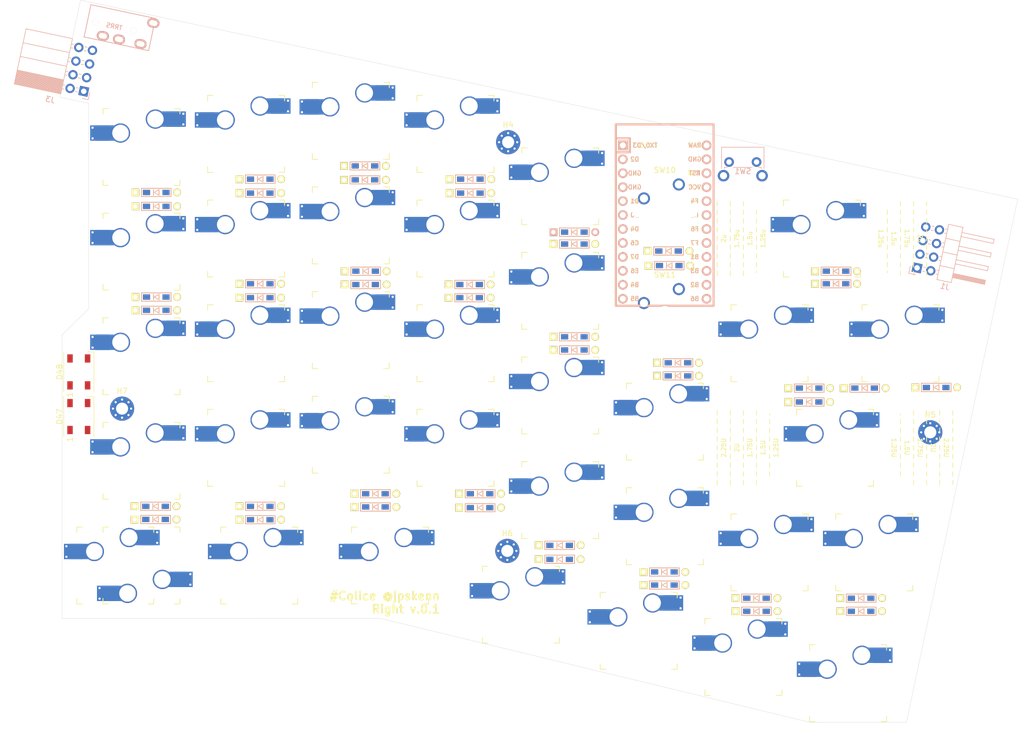
<source format=kicad_pcb>
(kicad_pcb (version 20171130) (host pcbnew "(5.1.5-0-10_14)")
  (layers (0 F.Cu signal) (31 B.Cu signal) (34 B.Paste user) (35 F.Paste user) (36 B.SilkS user) (37 F.SilkS user) (38 B.Mask user) (39 F.Mask user) (44 Edge.Cuts user))
  (net 0 "")
  (net 1 pin6)
  (net 2 pin1)
  (net 3 pin2)
  (net 4 pin3)
  (net 5 pin4)
  (net 6 pin5)
  (net 7 pin7)
  (net 8 "Net-(D8-Pad2)")
  (net 9 "Net-(D9-Pad2)")
  (net 10 "Net-(D12-Pad2)")
  (net 11 pin8)
  (net 12 "Net-(D14-Pad2)")
  (net 13 "Net-(D18-Pad2)")
  (net 14 pin9)
  (net 15 "Net-(D20-Pad2)")
  (net 16 "Net-(D21-Pad2)")
  (net 17 "Net-(D24-Pad2)")
  (net 18 pin10)
  (net 19 "Net-(D26-Pad2)")
  (net 20 "Net-(D27-Pad2)")
  (net 21 "Net-(D30-Pad2)")
  (net 22 "Net-(D32-Pad2)")
  (net 23 "Net-(D36-Pad2)")
  (net 24 "Net-(D38-Pad2)")
  (net 25 "Net-(D45-Pad2)")
  (net 26 "Net-(D47-Pad2)")
  (net 27 data)
  (net 28 led)
  (net 29 GND1)
  (net 30 VCC)
  (net 31 reset)
  (net 32 "Net-(U1-Pad24)")
  (net 33 "Net-(D1-Pad1)")
  (net 34 "Net-(D2-Pad2)")
  (net 35 "Net-(D6-Pad2)")
  (net 36 "Net-(D7-Pad2)")
  (net 37 "Net-(D13-Pad2)")
  (net 38 "Net-(D19-Pad2)")
  (net 39 "Net-(D25-Pad2)")
  (net 40 "Net-(D31-Pad2)")
  (net 41 "Net-(D37-Pad2)")
  (net 42 "Net-(D3-Pad2)")
  (net 43 "Net-(U1-Pad5)")
  (net 44 "Net-(U1-Pad6)")
  (net 45 "Net-(U1-Pad7)")
  (net 46 "Net-(U1-Pad18)")
  (net 47 "Net-(U1-Pad19)")
  (net 48 "Net-(U1-Pad20)")
  (net 49 "Net-(D48-Pad2)")
  (net 50 "Net-(D40-Pad1)")
  (net 51 "Net-(J1-Pad1)")
  (net 52 "Net-(J1-Pad2)")
  (net 53 "Net-(J1-Pad3)")
  (net 54 "Net-(J1-Pad4)")
  (net 55 "Net-(J1-Pad5)")
  (net 56 "Net-(D4-Pad2)")
  (net 57 "Net-(D5-Pad1)")
  (net 58 "Net-(D10-Pad2)")
  (net 59 "Net-(D11-Pad1)")
  (net 60 "Net-(D15-Pad2)")
  (net 61 "Net-(D16-Pad2)")
  (net 62 "Net-(D17-Pad1)")
  (net 63 "Net-(D22-Pad2)")
  (net 64 "Net-(D23-Pad1)")
  (net 65 "Net-(D28-Pad2)")
  (net 66 "Net-(D29-Pad1)")
  (net 67 "Net-(D33-Pad2)")
  (net 68 "Net-(D34-Pad2)")
  (net 69 "Net-(D35-Pad1)")
  (net 70 "Net-(D39-Pad2)")
  (net 71 "Net-(D41-Pad2)")
  (net 72 "Net-(D42-Pad2)")
  (net 73 "Net-(D43-Pad2)")
  (net 74 "Net-(D44-Pad2)")
  (net 75 "Net-(D46-Pad1)")
  (net 76 "Net-(J2-PadA)")
  (net 77 "Net-(J3-Pad8)")
  (net 78 "Net-(J3-Pad7)")
  (net 79 "Net-(J3-Pad6)")
  (module SMK_foostan:CherryMX_Hotswap_v2 (layer F.Cu) (at 240.50625 142.8756)
    (fp_text reference SW4)
    (fp_text value SW_Push)
    (pad 2 thru_hole circle (at 2.54 -5.08) (size 3.5 3.5) (drill 3) (layers *.Cu) (net 56 "Net-(D4-Pad2)"))
    (pad "" np_thru_hole circle (at 0 0) (size 3.9878 3.9878) (drill 3.9878) (layers *.Cu *.Mask))
    (pad 1 thru_hole circle (at -3.81 -2.54) (size 3.5 3.5) (drill 3) (layers *.Cu) (net 33 "Net-(D1-Pad1)"))
    (pad "" np_thru_hole circle (at -5.08 0 48.0996) (size 1.75 1.75) (drill 1.75) (layers *.Cu *.Mask))
    (pad "" np_thru_hole circle (at 5.08 0 48.0996) (size 1.75 1.75) (drill 1.75) (layers *.Cu *.Mask))
    (pad 1 smd rect (at -7.085 -2.54) (size 2.55 2.8) (layers B.Cu B.Paste B.Mask) (net 33 "Net-(D1-Pad1)"))
    (pad 2 smd rect (at 5.815 -5.08) (size 2.55 2.8) (layers B.Cu B.Paste B.Mask) (net 56 "Net-(D4-Pad2)"))
    (pad 1 thru_hole circle (at -8.89 -3.502) (size 0.8 0.8) (drill 0.4) (layers *.Cu) (net 33 "Net-(D1-Pad1)"))
    (pad 2 thru_hole circle (at 7.62 -6.042) (size 0.8 0.8) (drill 0.4) (layers *.Cu) (net 56 "Net-(D4-Pad2)"))
    (pad 1 thru_hole circle (at -8.89 -1.578) (size 0.8 0.8) (drill 0.4) (layers *.Cu) (net 33 "Net-(D1-Pad1)"))
    (pad 2 thru_hole circle (at 7.62 -4.118) (size 0.8 0.8) (drill 0.4) (layers *.Cu) (net 56 "Net-(D4-Pad2)"))
    (pad 1 smd rect (at -7.085 -2.54) (size 4.5 2.8) (layers B.Cu) (net 33 "Net-(D1-Pad1)"))
    (pad 2 smd rect (at 5.842 -5.08) (size 4.5 2.8) (layers B.Cu) (net 56 "Net-(D4-Pad2)"))
  )
  (module SMK_SU120:CherryMX_MidHeight_Choc_Hotswap_2U_Outline (layer F.Cu) (at 235.74375 61.91276)
    (fp_text reference H1 hide)
    (fp_text value MountingHole hide)
    (fp_text user 1.25u (at 10.715625 0 -90 unlocked) (layer F.SilkS) (effects (font (size 0.8 0.8))))
    (fp_text user 1.75u (at 15.478125 0 -90 unlocked) (layer F.SilkS) (effects (font (size 0.8 0.8))))
    (fp_text user 1.5u (at 13.096875 0 -90 unlocked) (layer F.SilkS) (effects (font (size 0.8 0.8))))
    (fp_text user 2u (at 17.859375 0 -90 unlocked) (layer F.SilkS) (effects (font (size 0.8 0.8))))
    (fp_text user 1.25u (at -10.715625 0 90 unlocked) (layer F.SilkS) (effects (font (size 0.8 0.8))))
    (fp_text user 1.5u (at -13.096875 0 90 unlocked) (layer F.SilkS) (effects (font (size 0.8 0.8))))
    (fp_text user 1.75u (at -15.478125 0 90 unlocked) (layer F.SilkS) (effects (font (size 0.8 0.8))))
    (fp_text user 2u (at -17.859375 0 90 unlocked) (layer F.SilkS) (effects (font (size 0.8 0.8))))
    (pad "" np_thru_hole circle (at -11.938 -6.985) (size 3.048 3.048) (drill 3.048) (layers *.Cu *.Mask))
    (pad "" np_thru_hole circle (at 11.938 -6.985) (size 3.048 3.048) (drill 3.048) (layers *.Cu *.Mask))
    (pad "" np_thru_hole circle (at -11.938 8.255) (size 3.9878 3.9878) (drill 3.9878) (layers *.Cu *.Mask))
    (pad "" np_thru_hole circle (at 11.938 8.255) (size 3.9878 3.9878) (drill 3.9878) (layers *.Cu *.Mask))
  )
  (module SMK_SU120:D3_TH_SMD (layer F.Cu) (at 173.5455 110.91863)
    (fp_text reference D46 hide)
    (fp_text value D hide)
    (pad 2 smd rect (at 1.775 0) (size 1.3 0.95) (layers F.Cu F.Paste F.Mask) (net 6 pin5))
    (pad 2 thru_hole circle (at 3.81 0) (size 1.397 1.397) (drill 0.8128) (layers *.Cu *.Mask F.SilkS) (net 6 pin5))
    (pad 1 thru_hole rect (at -3.81 0) (size 1.397 1.397) (drill 0.8128) (layers *.Cu *.Mask F.SilkS) (net 75 "Net-(D46-Pad1)"))
    (pad 1 smd rect (at -1.775 0) (size 1.3 0.95) (layers B.Cu B.Paste B.Mask) (net 75 "Net-(D46-Pad1)"))
    (pad 2 smd rect (at 1.775 0) (size 1.3 0.95) (layers B.Cu B.Paste B.Mask) (net 6 pin5))
    (pad 1 smd rect (at -1.775 0) (size 1.3 0.95) (layers F.Cu F.Paste F.Mask) (net 75 "Net-(D46-Pad1)"))
  )
  (module SMK_SU120:MJ-4PP-9 (layer B.Cu) (at 102.108 22.2758 258)
    (fp_text reference J2)
    (fp_text value MJ-4PP-9 hide)
    (fp_text user TRRS (at 0 -4.96095 168) (layer B.SilkS) (effects (font (size 0.8 0.8)) (justify mirror)))
    (pad A thru_hole oval (at -2.1 -11.8 258) (size 1.7 2.2) (drill oval 1 1.5) (layers *.Cu *.Mask B.SilkS) (net 76 "Net-(J2-PadA)") (clearance 0.15))
    (pad D thru_hole oval (at 2.1 -10.3 258) (size 1.7 2.2) (drill oval 1 1.5) (layers *.Cu *.Mask B.SilkS) (net 30 VCC) (clearance 0.15))
    (pad C thru_hole oval (at 2.1 -6.3 258) (size 1.7 2.2) (drill oval 1 1.5) (layers *.Cu *.Mask B.SilkS) (net 29 GND1) (clearance 0.15))
    (pad B thru_hole oval (at 2.1 -3.3 258) (size 1.7 2.2) (drill oval 1 1.5) (layers *.Cu *.Mask B.SilkS) (net 27 data) (clearance 0.15))
    (pad "" np_thru_hole circle (at 0 -8.5 258) (size 1.2 1.2) (drill 1.2) (layers *.Cu *.Mask B.SilkS))
    (pad "" np_thru_hole circle (at 0 -1.5 258) (size 1.2 1.2) (drill 1.2) (layers *.Cu *.Mask B.SilkS))
  )
  (module SMK_foostan:CherryMX_Hotswap_v2 (layer F.Cu) (at 235.74375 61.91276)
    (fp_text reference SW5)
    (fp_text value SW_Push)
    (pad 2 smd rect (at 5.842 -5.08) (size 4.5 2.8) (layers B.Cu) (net 35 "Net-(D6-Pad2)"))
    (pad 1 smd rect (at -7.085 -2.54) (size 4.5 2.8) (layers B.Cu) (net 57 "Net-(D5-Pad1)"))
    (pad 2 thru_hole circle (at 7.62 -4.118) (size 0.8 0.8) (drill 0.4) (layers *.Cu) (net 35 "Net-(D6-Pad2)"))
    (pad 1 thru_hole circle (at -8.89 -1.578) (size 0.8 0.8) (drill 0.4) (layers *.Cu) (net 57 "Net-(D5-Pad1)"))
    (pad 2 thru_hole circle (at 7.62 -6.042) (size 0.8 0.8) (drill 0.4) (layers *.Cu) (net 35 "Net-(D6-Pad2)"))
    (pad 1 thru_hole circle (at -8.89 -3.502) (size 0.8 0.8) (drill 0.4) (layers *.Cu) (net 57 "Net-(D5-Pad1)"))
    (pad 2 smd rect (at 5.815 -5.08) (size 2.55 2.8) (layers B.Cu B.Paste B.Mask) (net 35 "Net-(D6-Pad2)"))
    (pad 1 smd rect (at -7.085 -2.54) (size 2.55 2.8) (layers B.Cu B.Paste B.Mask) (net 57 "Net-(D5-Pad1)"))
    (pad "" np_thru_hole circle (at 5.08 0 48.0996) (size 1.75 1.75) (drill 1.75) (layers *.Cu *.Mask))
    (pad "" np_thru_hole circle (at -5.08 0 48.0996) (size 1.75 1.75) (drill 1.75) (layers *.Cu *.Mask))
    (pad 1 thru_hole circle (at -3.81 -2.54) (size 3.5 3.5) (drill 3) (layers *.Cu) (net 57 "Net-(D5-Pad1)"))
    (pad "" np_thru_hole circle (at 0 0) (size 3.9878 3.9878) (drill 3.9878) (layers *.Cu *.Mask))
    (pad 2 thru_hole circle (at 2.54 -5.08) (size 3.5 3.5) (drill 3) (layers *.Cu) (net 35 "Net-(D6-Pad2)"))
  )
  (module SMK_SU120:D3_TH_SMD (layer F.Cu) (at 223.8375 129.77867)
    (fp_text reference D10 hide)
    (fp_text value D hide)
    (pad 2 smd rect (at 1.775 0) (size 1.3 0.95) (layers F.Cu F.Paste F.Mask) (net 58 "Net-(D10-Pad2)"))
    (pad 2 thru_hole circle (at 3.81 0) (size 1.397 1.397) (drill 0.8128) (layers *.Cu *.Mask F.SilkS) (net 58 "Net-(D10-Pad2)"))
    (pad 1 thru_hole rect (at -3.81 0) (size 1.397 1.397) (drill 0.8128) (layers *.Cu *.Mask F.SilkS) (net 6 pin5))
    (pad 1 smd rect (at -1.775 0) (size 1.3 0.95) (layers B.Cu B.Paste B.Mask) (net 6 pin5))
    (pad 2 smd rect (at 1.775 0) (size 1.3 0.95) (layers B.Cu B.Paste B.Mask) (net 58 "Net-(D10-Pad2)"))
    (pad 1 smd rect (at -1.775 0) (size 1.3 0.95) (layers F.Cu F.Paste F.Mask) (net 6 pin5))
  )
  (module SMK_foostan:CherryMX_Hotswap_v2 (layer F.Cu) (at 221.45625 138.11308)
    (fp_text reference SW9)
    (fp_text value SW_Push)
    (pad 2 thru_hole circle (at 2.54 -5.08) (size 3.5 3.5) (drill 3) (layers *.Cu) (net 58 "Net-(D10-Pad2)"))
    (pad "" np_thru_hole circle (at 0 0) (size 3.9878 3.9878) (drill 3.9878) (layers *.Cu *.Mask))
    (pad 1 thru_hole circle (at -3.81 -2.54) (size 3.5 3.5) (drill 3) (layers *.Cu) (net 57 "Net-(D5-Pad1)"))
    (pad "" np_thru_hole circle (at -5.08 0 48.0996) (size 1.75 1.75) (drill 1.75) (layers *.Cu *.Mask))
    (pad "" np_thru_hole circle (at 5.08 0 48.0996) (size 1.75 1.75) (drill 1.75) (layers *.Cu *.Mask))
    (pad 1 smd rect (at -7.084999 -2.54) (size 2.55 2.8) (layers B.Cu B.Paste B.Mask) (net 57 "Net-(D5-Pad1)"))
    (pad 2 smd rect (at 5.815 -5.08) (size 2.55 2.8) (layers B.Cu B.Paste B.Mask) (net 58 "Net-(D10-Pad2)"))
    (pad 1 thru_hole circle (at -8.89 -3.502) (size 0.8 0.8) (drill 0.4) (layers *.Cu) (net 57 "Net-(D5-Pad1)"))
    (pad 2 thru_hole circle (at 7.62 -6.042) (size 0.8 0.8) (drill 0.4) (layers *.Cu) (net 58 "Net-(D10-Pad2)"))
    (pad 1 thru_hole circle (at -8.89 -1.578) (size 0.8 0.8) (drill 0.4) (layers *.Cu) (net 57 "Net-(D5-Pad1)"))
    (pad 2 thru_hole circle (at 7.62 -4.118) (size 0.8 0.8) (drill 0.4) (layers *.Cu) (net 58 "Net-(D10-Pad2)"))
    (pad 1 smd rect (at -7.085 -2.54) (size 4.5 2.8) (layers B.Cu) (net 57 "Net-(D5-Pad1)"))
    (pad 2 smd rect (at 5.842 -5.08) (size 4.5 2.8) (layers B.Cu) (net 58 "Net-(D10-Pad2)"))
  )
  (module SMK_foostan:CherryMX_Hotswap_v2 (layer F.Cu) (at 250.03125 80.96284)
    (fp_text reference SW2)
    (fp_text value SW_Push)
    (pad 2 smd rect (at 5.842 -5.08) (size 4.5 2.8) (layers B.Cu) (net 34 "Net-(D2-Pad2)"))
    (pad 1 smd rect (at -7.085 -2.54) (size 4.5 2.8) (layers B.Cu) (net 33 "Net-(D1-Pad1)"))
    (pad 2 thru_hole circle (at 7.62 -4.118) (size 0.8 0.8) (drill 0.4) (layers *.Cu) (net 34 "Net-(D2-Pad2)"))
    (pad 1 thru_hole circle (at -8.89 -1.578) (size 0.8 0.8) (drill 0.4) (layers *.Cu) (net 33 "Net-(D1-Pad1)"))
    (pad 2 thru_hole circle (at 7.62 -6.042) (size 0.8 0.8) (drill 0.4) (layers *.Cu) (net 34 "Net-(D2-Pad2)"))
    (pad 1 thru_hole circle (at -8.89 -3.502) (size 0.8 0.8) (drill 0.4) (layers *.Cu) (net 33 "Net-(D1-Pad1)"))
    (pad 2 smd rect (at 5.815 -5.08) (size 2.55 2.8) (layers B.Cu B.Paste B.Mask) (net 34 "Net-(D2-Pad2)"))
    (pad 1 smd rect (at -7.085 -2.54) (size 2.55 2.8) (layers B.Cu B.Paste B.Mask) (net 33 "Net-(D1-Pad1)"))
    (pad "" np_thru_hole circle (at 5.08 0 48.0996) (size 1.75 1.75) (drill 1.75) (layers *.Cu *.Mask))
    (pad "" np_thru_hole circle (at -5.08 0 48.0996) (size 1.75 1.75) (drill 1.75) (layers *.Cu *.Mask))
    (pad 1 thru_hole circle (at -3.81 -2.54) (size 3.5 3.5) (drill 3) (layers *.Cu) (net 33 "Net-(D1-Pad1)"))
    (pad "" np_thru_hole circle (at 0 0) (size 3.9878 3.9878) (drill 3.9878) (layers *.Cu *.Mask))
    (pad 2 thru_hole circle (at 2.54 -5.08) (size 3.5 3.5) (drill 3) (layers *.Cu) (net 34 "Net-(D2-Pad2)"))
  )
  (module SMK_foostan:CherryMX_Hotswap_v2 (layer F.Cu) (at 226.21875 80.96284)
    (fp_text reference SW6)
    (fp_text value SW_Push)
    (pad 2 thru_hole circle (at 2.54 -5.08) (size 3.5 3.5) (drill 3) (layers *.Cu) (net 36 "Net-(D7-Pad2)"))
    (pad "" np_thru_hole circle (at 0 0) (size 3.9878 3.9878) (drill 3.9878) (layers *.Cu *.Mask))
    (pad 1 thru_hole circle (at -3.81 -2.54) (size 3.5 3.5) (drill 3) (layers *.Cu) (net 57 "Net-(D5-Pad1)"))
    (pad "" np_thru_hole circle (at -5.08 0 48.0996) (size 1.75 1.75) (drill 1.75) (layers *.Cu *.Mask))
    (pad "" np_thru_hole circle (at 5.08 0 48.0996) (size 1.75 1.75) (drill 1.75) (layers *.Cu *.Mask))
    (pad 1 smd rect (at -7.085 -2.54) (size 2.55 2.8) (layers B.Cu B.Paste B.Mask) (net 57 "Net-(D5-Pad1)"))
    (pad 2 smd rect (at 5.815 -5.08) (size 2.55 2.8) (layers B.Cu B.Paste B.Mask) (net 36 "Net-(D7-Pad2)"))
    (pad 1 thru_hole circle (at -8.89 -3.502) (size 0.8 0.8) (drill 0.4) (layers *.Cu) (net 57 "Net-(D5-Pad1)"))
    (pad 2 thru_hole circle (at 7.62 -6.042) (size 0.8 0.8) (drill 0.4) (layers *.Cu) (net 36 "Net-(D7-Pad2)"))
    (pad 1 thru_hole circle (at -8.89 -1.578) (size 0.8 0.8) (drill 0.4) (layers *.Cu) (net 57 "Net-(D5-Pad1)"))
    (pad 2 thru_hole circle (at 7.62 -4.118) (size 0.8 0.8) (drill 0.4) (layers *.Cu) (net 36 "Net-(D7-Pad2)"))
    (pad 1 smd rect (at -7.085 -2.54) (size 4.5 2.8) (layers B.Cu) (net 57 "Net-(D5-Pad1)"))
    (pad 2 smd rect (at 5.842 -5.08) (size 4.5 2.8) (layers B.Cu) (net 36 "Net-(D7-Pad2)"))
  )
  (module SMK_SU120:D3_TH_SMD (layer F.Cu) (at 233.426 89.154)
    (fp_text reference D7 hide)
    (fp_text value D hide)
    (pad 1 smd rect (at -1.775 0) (size 1.3 0.95) (layers F.Cu F.Paste F.Mask) (net 3 pin2))
    (pad 2 smd rect (at 1.775 0) (size 1.3 0.95) (layers B.Cu B.Paste B.Mask) (net 36 "Net-(D7-Pad2)"))
    (pad 1 smd rect (at -1.775 0) (size 1.3 0.95) (layers B.Cu B.Paste B.Mask) (net 3 pin2))
    (pad 1 thru_hole rect (at -3.81 0) (size 1.397 1.397) (drill 0.8128) (layers *.Cu *.Mask F.SilkS) (net 3 pin2))
    (pad 2 thru_hole circle (at 3.81 0) (size 1.397 1.397) (drill 0.8128) (layers *.Cu *.Mask F.SilkS) (net 36 "Net-(D7-Pad2)"))
    (pad 2 smd rect (at 1.775 0) (size 1.3 0.95) (layers F.Cu F.Paste F.Mask) (net 36 "Net-(D7-Pad2)"))
  )
  (module SMK_SU120:D3_TH_SMD (layer F.Cu) (at 114.6175 53.51463)
    (fp_text reference D40 hide)
    (fp_text value D hide)
    (pad 1 smd rect (at -1.775 0) (size 1.3 0.95) (layers F.Cu F.Paste F.Mask) (net 50 "Net-(D40-Pad1)"))
    (pad 2 smd rect (at 1.775 0) (size 1.3 0.95) (layers B.Cu B.Paste B.Mask) (net 5 pin4))
    (pad 1 smd rect (at -1.775 0) (size 1.3 0.95) (layers B.Cu B.Paste B.Mask) (net 50 "Net-(D40-Pad1)"))
    (pad 1 thru_hole rect (at -3.81 0) (size 1.397 1.397) (drill 0.8128) (layers *.Cu *.Mask F.SilkS) (net 50 "Net-(D40-Pad1)"))
    (pad 2 thru_hole circle (at 3.81 0) (size 1.397 1.397) (drill 0.8128) (layers *.Cu *.Mask F.SilkS) (net 5 pin4))
    (pad 2 smd rect (at 1.775 0) (size 1.3 0.95) (layers F.Cu F.Paste F.Mask) (net 5 pin4))
  )
  (module SMK_keebio:ArduinoProMicro (layer F.Cu) (at 207.137 58.91213 270)
    (fp_text reference U1 hide)
    (fp_text value ProMicro hide)
    (fp_text user D2 (at -11.43 5.461) (layer B.SilkS) (effects (font (size 0.8 0.8)) (justify mirror)))
    (fp_text user D0 (at -1.27 5.461) (layer B.SilkS) (effects (font (size 0.8 0.8)) (justify mirror)))
    (fp_text user D1 (at -3.81 5.461) (layer B.SilkS) (effects (font (size 0.8 0.8)) (justify mirror)))
    (fp_text user GND (at -6.35 5.461) (layer B.SilkS) (effects (font (size 0.8 0.8)) (justify mirror)))
    (fp_text user GND (at -8.89 5.461) (layer B.SilkS) (effects (font (size 0.8 0.8)) (justify mirror)))
    (fp_text user D4 (at 1.27 5.461) (layer B.SilkS) (effects (font (size 0.8 0.8)) (justify mirror)))
    (fp_text user C6 (at 3.81 5.461) (layer B.SilkS) (effects (font (size 0.8 0.8)) (justify mirror)))
    (fp_text user D7 (at 6.35 5.461) (layer B.SilkS) (effects (font (size 0.8 0.8)) (justify mirror)))
    (fp_text user E6 (at 8.89 5.461) (layer B.SilkS) (effects (font (size 0.8 0.8)) (justify mirror)))
    (fp_text user B4 (at 11.43 5.461) (layer B.SilkS) (effects (font (size 0.8 0.8)) (justify mirror)))
    (fp_text user B5 (at 13.97 5.461) (layer B.SilkS) (effects (font (size 0.8 0.8)) (justify mirror)))
    (fp_text user B6 (at 13.97 -5.461) (layer B.SilkS) (effects (font (size 0.8 0.8)) (justify mirror)))
    (fp_text user B2 (at 11.43 -5.461) (layer F.SilkS) (effects (font (size 0.8 0.8))))
    (fp_text user B3 (at 8.89 -5.461) (layer B.SilkS) (effects (font (size 0.8 0.8)) (justify mirror)))
    (fp_text user B1 (at 6.35 -5.461) (layer B.SilkS) (effects (font (size 0.8 0.8)) (justify mirror)))
    (fp_text user F7 (at 3.81 -5.461) (layer F.SilkS) (effects (font (size 0.8 0.8))))
    (fp_text user F6 (at 1.27 -5.461) (layer F.SilkS) (effects (font (size 0.8 0.8))))
    (fp_text user F5 (at -1.27 -5.461) (layer F.SilkS) (effects (font (size 0.8 0.8))))
    (fp_text user F4 (at -3.81 -5.461) (layer B.SilkS) (effects (font (size 0.8 0.8)) (justify mirror)))
    (fp_text user VCC (at -6.35 -5.461) (layer B.SilkS) (effects (font (size 0.8 0.8)) (justify mirror)))
    (fp_text user GND (at -11.43 -5.461) (layer B.SilkS) (effects (font (size 0.8 0.8)) (justify mirror)))
    (fp_text user RAW (at -13.97 -5.461) (layer B.SilkS) (effects (font (size 0.8 0.8)) (justify mirror)))
    (fp_text user RAW (at -13.97 -5.461) (layer F.SilkS) (effects (font (size 0.8 0.8))))
    (fp_text user GND (at -11.43 -5.461) (layer F.SilkS) (effects (font (size 0.8 0.8))))
    (fp_text user ST (at -8.92 -5.73312) (layer F.SilkS) (effects (font (size 0.8 0.8))))
    (fp_text user VCC (at -6.35 -5.461) (layer F.SilkS) (effects (font (size 0.8 0.8))))
    (fp_text user F4 (at -3.81 -5.461) (layer F.SilkS) (effects (font (size 0.8 0.8))))
    (fp_text user F5 (at -1.27 -5.461) (layer B.SilkS) (effects (font (size 0.8 0.8)) (justify mirror)))
    (fp_text user F6 (at 1.27 -5.461) (layer B.SilkS) (effects (font (size 0.8 0.8)) (justify mirror)))
    (fp_text user F7 (at 3.81 -5.461) (layer B.SilkS) (effects (font (size 0.8 0.8)) (justify mirror)))
    (fp_text user B1 (at 6.35 -5.461) (layer F.SilkS) (effects (font (size 0.8 0.8))))
    (fp_text user B3 (at 8.89 -5.461) (layer F.SilkS) (effects (font (size 0.8 0.8))))
    (fp_text user B2 (at 11.43 -5.461) (layer B.SilkS) (effects (font (size 0.8 0.8)) (justify mirror)))
    (fp_text user B6 (at 13.97 -5.461) (layer F.SilkS) (effects (font (size 0.8 0.8))))
    (fp_text user B5 (at 13.97 5.461) (layer F.SilkS) (effects (font (size 0.8 0.8))))
    (fp_text user B4 (at 11.43 5.461) (layer F.SilkS) (effects (font (size 0.8 0.8))))
    (fp_text user E6 (at 8.89 5.461) (layer F.SilkS) (effects (font (size 0.8 0.8))))
    (fp_text user D7 (at 6.35 5.461) (layer F.SilkS) (effects (font (size 0.8 0.8))))
    (fp_text user C6 (at 3.81 5.461) (layer F.SilkS) (effects (font (size 0.8 0.8))))
    (fp_text user D4 (at 1.27 5.461) (layer F.SilkS) (effects (font (size 0.8 0.8))))
    (fp_text user GND (at -8.89 5.461) (layer F.SilkS) (effects (font (size 0.8 0.8))))
    (fp_text user GND (at -6.35 5.461) (layer F.SilkS) (effects (font (size 0.8 0.8))))
    (fp_text user D1 (at -3.81 5.461) (layer F.SilkS) (effects (font (size 0.8 0.8))))
    (fp_text user D0 (at -1.27 5.461) (layer F.SilkS) (effects (font (size 0.8 0.8))))
    (fp_text user D2 (at -11.43 5.461) (layer F.SilkS) (effects (font (size 0.8 0.8))))
    (fp_text user TX0/D3 (at -13.97 3.571872) (layer B.SilkS) (effects (font (size 0.8 0.8)) (justify mirror)))
    (fp_text user TX0/D3 (at -13.97 3.571872) (layer F.SilkS) (effects (font (size 0.8 0.8))))
    (fp_text user ST (at -8.91 -5.04) (layer B.SilkS) (effects (font (size 0.8 0.8)) (justify mirror)))
    (pad 1 thru_hole rect (at -13.97 7.62 270) (size 1.7526 1.7526) (drill 1.0922) (layers *.Cu *.SilkS *.Mask) (net 28 led))
    (pad 2 thru_hole circle (at -11.43 7.62 270) (size 1.7526 1.7526) (drill 1.0922) (layers *.Cu *.SilkS *.Mask) (net 27 data))
    (pad 3 thru_hole circle (at -8.89 7.62 270) (size 1.7526 1.7526) (drill 1.0922) (layers *.Cu *.SilkS *.Mask) (net 29 GND1))
    (pad 4 thru_hole circle (at -6.35 7.62 270) (size 1.7526 1.7526) (drill 1.0922) (layers *.Cu *.SilkS *.Mask) (net 29 GND1))
    (pad 5 thru_hole circle (at -3.81 7.62 270) (size 1.7526 1.7526) (drill 1.0922) (layers *.Cu *.SilkS *.Mask) (net 43 "Net-(U1-Pad5)"))
    (pad 6 thru_hole circle (at -1.27 7.62 270) (size 1.7526 1.7526) (drill 1.0922) (layers *.Cu *.SilkS *.Mask) (net 44 "Net-(U1-Pad6)"))
    (pad 7 thru_hole circle (at 1.27 7.62 270) (size 1.7526 1.7526) (drill 1.0922) (layers *.Cu *.SilkS *.Mask) (net 45 "Net-(U1-Pad7)"))
    (pad 8 thru_hole circle (at 3.81 7.62 270) (size 1.7526 1.7526) (drill 1.0922) (layers *.Cu *.SilkS *.Mask) (net 1 pin6))
    (pad 9 thru_hole circle (at 6.35 7.62 270) (size 1.7526 1.7526) (drill 1.0922) (layers *.Cu *.SilkS *.Mask) (net 7 pin7))
    (pad 10 thru_hole circle (at 8.89 7.62 270) (size 1.7526 1.7526) (drill 1.0922) (layers *.Cu *.SilkS *.Mask) (net 11 pin8))
    (pad 11 thru_hole circle (at 11.43 7.62 270) (size 1.7526 1.7526) (drill 1.0922) (layers *.Cu *.SilkS *.Mask) (net 14 pin9))
    (pad 13 thru_hole circle (at 13.97 -7.62 270) (size 1.7526 1.7526) (drill 1.0922) (layers *.Cu *.SilkS *.Mask) (net 6 pin5))
    (pad 14 thru_hole circle (at 11.43 -7.62 270) (size 1.7526 1.7526) (drill 1.0922) (layers *.Cu *.SilkS *.Mask) (net 5 pin4))
    (pad 15 thru_hole circle (at 8.89 -7.62 270) (size 1.7526 1.7526) (drill 1.0922) (layers *.Cu *.SilkS *.Mask) (net 4 pin3))
    (pad 16 thru_hole circle (at 6.35 -7.62 270) (size 1.7526 1.7526) (drill 1.0922) (layers *.Cu *.SilkS *.Mask) (net 3 pin2))
    (pad 17 thru_hole circle (at 3.81 -7.62 270) (size 1.7526 1.7526) (drill 1.0922) (layers *.Cu *.SilkS *.Mask) (net 2 pin1))
    (pad 18 thru_hole circle (at 1.27 -7.62 270) (size 1.7526 1.7526) (drill 1.0922) (layers *.Cu *.SilkS *.Mask) (net 46 "Net-(U1-Pad18)"))
    (pad 19 thru_hole circle (at -1.27 -7.62 270) (size 1.7526 1.7526) (drill 1.0922) (layers *.Cu *.SilkS *.Mask) (net 47 "Net-(U1-Pad19)"))
    (pad 20 thru_hole circle (at -3.81 -7.62 270) (size 1.7526 1.7526) (drill 1.0922) (layers *.Cu *.SilkS *.Mask) (net 48 "Net-(U1-Pad20)"))
    (pad 21 thru_hole circle (at -6.35 -7.62 270) (size 1.7526 1.7526) (drill 1.0922) (layers *.Cu *.SilkS *.Mask) (net 30 VCC))
    (pad 22 thru_hole circle (at -8.89 -7.62 270) (size 1.7526 1.7526) (drill 1.0922) (layers *.Cu *.SilkS *.Mask) (net 31 reset))
    (pad 23 thru_hole circle (at -11.43 -7.62 270) (size 1.7526 1.7526) (drill 1.0922) (layers *.Cu *.SilkS *.Mask) (net 29 GND1))
    (pad 12 thru_hole circle (at 13.97 7.62 270) (size 1.7526 1.7526) (drill 1.0922) (layers *.Cu *.SilkS *.Mask) (net 18 pin10))
    (pad 24 thru_hole circle (at -13.97 -7.62 270) (size 1.7526 1.7526) (drill 1.0922) (layers *.Cu *.SilkS *.Mask) (net 32 "Net-(U1-Pad24)"))
  )
  (module SMK_SU120:D3_TH_SMD (layer F.Cu) (at 209.55 84.53473)
    (fp_text reference D13 hide)
    (fp_text value D hide)
    (pad 2 smd rect (at 1.775 0) (size 1.3 0.95) (layers F.Cu F.Paste F.Mask) (net 37 "Net-(D13-Pad2)"))
    (pad 2 thru_hole circle (at 3.81 0) (size 1.397 1.397) (drill 0.8128) (layers *.Cu *.Mask F.SilkS) (net 37 "Net-(D13-Pad2)"))
    (pad 1 thru_hole rect (at -3.81 0) (size 1.397 1.397) (drill 0.8128) (layers *.Cu *.Mask F.SilkS) (net 3 pin2))
    (pad 1 smd rect (at -1.775 0) (size 1.3 0.95) (layers B.Cu B.Paste B.Mask) (net 3 pin2))
    (pad 2 smd rect (at 1.775 0) (size 1.3 0.95) (layers B.Cu B.Paste B.Mask) (net 37 "Net-(D13-Pad2)"))
    (pad 1 smd rect (at -1.775 0) (size 1.3 0.95) (layers F.Cu F.Paste F.Mask) (net 3 pin2))
  )
  (module SMK_foostan:CherryMX_Hotswap_v2 (layer F.Cu) (at 202.40625 133.35056)
    (fp_text reference SW14)
    (fp_text value SW_Push)
    (pad 2 thru_hole circle (at 2.54 -5.08) (size 3.5 3.5) (drill 3) (layers *.Cu) (net 61 "Net-(D16-Pad2)"))
    (pad "" np_thru_hole circle (at 0 0) (size 3.9878 3.9878) (drill 3.9878) (layers *.Cu *.Mask))
    (pad 1 thru_hole circle (at -3.81 -2.54) (size 3.5 3.5) (drill 3) (layers *.Cu) (net 59 "Net-(D11-Pad1)"))
    (pad "" np_thru_hole circle (at -5.08 0 48.0996) (size 1.75 1.75) (drill 1.75) (layers *.Cu *.Mask))
    (pad "" np_thru_hole circle (at 5.08 0 48.0996) (size 1.75 1.75) (drill 1.75) (layers *.Cu *.Mask))
    (pad 1 smd rect (at -7.084999 -2.54) (size 2.55 2.8) (layers B.Cu B.Paste B.Mask) (net 59 "Net-(D11-Pad1)"))
    (pad 2 smd rect (at 5.815 -5.08) (size 2.55 2.8) (layers B.Cu B.Paste B.Mask) (net 61 "Net-(D16-Pad2)"))
    (pad 1 thru_hole circle (at -8.89 -3.502) (size 0.8 0.8) (drill 0.4) (layers *.Cu) (net 59 "Net-(D11-Pad1)"))
    (pad 2 thru_hole circle (at 7.62 -6.042) (size 0.8 0.8) (drill 0.4) (layers *.Cu) (net 61 "Net-(D16-Pad2)"))
    (pad 1 thru_hole circle (at -8.89 -1.578) (size 0.8 0.8) (drill 0.4) (layers *.Cu) (net 59 "Net-(D11-Pad1)"))
    (pad 2 thru_hole circle (at 7.62 -4.118) (size 0.8 0.8) (drill 0.4) (layers *.Cu) (net 61 "Net-(D16-Pad2)"))
    (pad 1 smd rect (at -7.085 -2.54) (size 4.5 2.8) (layers B.Cu) (net 59 "Net-(D11-Pad1)"))
    (pad 2 smd rect (at 5.842 -5.08) (size 4.5 2.8) (layers B.Cu) (net 61 "Net-(D16-Pad2)"))
  )
  (module SMK_SU120:D3_TH_SMD (layer F.Cu) (at 171.7675 51.10163)
    (fp_text reference D23 hide)
    (fp_text value D hide)
    (pad 2 smd rect (at 1.775 0) (size 1.3 0.95) (layers F.Cu F.Paste F.Mask) (net 2 pin1))
    (pad 2 thru_hole circle (at 3.81 0) (size 1.397 1.397) (drill 0.8128) (layers *.Cu *.Mask F.SilkS) (net 2 pin1))
    (pad 1 thru_hole rect (at -3.81 0) (size 1.397 1.397) (drill 0.8128) (layers *.Cu *.Mask F.SilkS) (net 64 "Net-(D23-Pad1)"))
    (pad 1 smd rect (at -1.775 0) (size 1.3 0.95) (layers B.Cu B.Paste B.Mask) (net 64 "Net-(D23-Pad1)"))
    (pad 2 smd rect (at 1.775 0) (size 1.3 0.95) (layers B.Cu B.Paste B.Mask) (net 2 pin1))
    (pad 1 smd rect (at -1.775 0) (size 1.3 0.95) (layers F.Cu F.Paste F.Mask) (net 64 "Net-(D23-Pad1)"))
  )
  (module SMK_SU120:D3_TH_SMD (layer F.Cu) (at 190.6905 62.91263)
    (fp_text reference D18 hide)
    (fp_text value D hide)
    (pad 2 smd rect (at 1.775 0) (size 1.3 0.95) (layers F.Cu F.Paste F.Mask) (net 13 "Net-(D18-Pad2)"))
    (pad 2 thru_hole circle (at 3.81 0) (size 1.397 1.397) (drill 0.8128) (layers *.Cu *.Mask F.SilkS) (net 13 "Net-(D18-Pad2)"))
    (pad 1 thru_hole rect (at -3.81 0) (size 1.397 1.397) (drill 0.8128) (layers *.Cu *.Mask F.SilkS) (net 2 pin1))
    (pad 1 smd rect (at -1.775 0) (size 1.3 0.95) (layers B.Cu B.Paste B.Mask) (net 2 pin1))
    (pad 2 smd rect (at 1.775 0) (size 1.3 0.95) (layers B.Cu B.Paste B.Mask) (net 13 "Net-(D18-Pad2)"))
    (pad 1 smd rect (at -1.775 0) (size 1.3 0.95) (layers F.Cu F.Paste F.Mask) (net 2 pin1))
  )
  (module SMK_SU120:D3_TH_SMD (layer F.Cu) (at 238.3155 67.86563)
    (fp_text reference D5 hide)
    (fp_text value D hide)
    (pad 2 smd rect (at 1.775 0) (size 1.3 0.95) (layers F.Cu F.Paste F.Mask) (net 11 pin8))
    (pad 2 thru_hole circle (at 3.81 0) (size 1.397 1.397) (drill 0.8128) (layers *.Cu *.Mask F.SilkS) (net 11 pin8))
    (pad 1 thru_hole rect (at -3.81 0) (size 1.397 1.397) (drill 0.8128) (layers *.Cu *.Mask F.SilkS) (net 57 "Net-(D5-Pad1)"))
    (pad 1 smd rect (at -1.775 0) (size 1.3 0.95) (layers B.Cu B.Paste B.Mask) (net 57 "Net-(D5-Pad1)"))
    (pad 2 smd rect (at 1.775 0) (size 1.3 0.95) (layers B.Cu B.Paste B.Mask) (net 11 pin8))
    (pad 1 smd rect (at -1.775 0) (size 1.3 0.95) (layers F.Cu F.Paste F.Mask) (net 57 "Net-(D5-Pad1)"))
  )
  (module SMK_SU120:D3_TH_SMD (layer F.Cu) (at 238.3155 70.15163)
    (fp_text reference D6 hide)
    (fp_text value D hide)
    (pad 2 smd rect (at 1.775 0) (size 1.3 0.95) (layers F.Cu F.Paste F.Mask) (net 35 "Net-(D6-Pad2)"))
    (pad 2 thru_hole circle (at 3.81 0) (size 1.397 1.397) (drill 0.8128) (layers *.Cu *.Mask F.SilkS) (net 35 "Net-(D6-Pad2)"))
    (pad 1 thru_hole rect (at -3.81 0) (size 1.397 1.397) (drill 0.8128) (layers *.Cu *.Mask F.SilkS) (net 2 pin1))
    (pad 1 smd rect (at -1.775 0) (size 1.3 0.95) (layers B.Cu B.Paste B.Mask) (net 2 pin1))
    (pad 2 smd rect (at 1.775 0) (size 1.3 0.95) (layers B.Cu B.Paste B.Mask) (net 35 "Net-(D6-Pad2)"))
    (pad 1 smd rect (at -1.775 0) (size 1.3 0.95) (layers F.Cu F.Paste F.Mask) (net 2 pin1))
  )
  (module SMK_SU120:D3_TH_SMD (layer F.Cu) (at 207.8355 64.18263)
    (fp_text reference D11 hide)
    (fp_text value D hide)
    (pad 1 smd rect (at -1.775 0) (size 1.3 0.95) (layers F.Cu F.Paste F.Mask) (net 59 "Net-(D11-Pad1)"))
    (pad 2 smd rect (at 1.775 0) (size 1.3 0.95) (layers B.Cu B.Paste B.Mask) (net 14 pin9))
    (pad 1 smd rect (at -1.775 0) (size 1.3 0.95) (layers B.Cu B.Paste B.Mask) (net 59 "Net-(D11-Pad1)"))
    (pad 1 thru_hole rect (at -3.81 0) (size 1.397 1.397) (drill 0.8128) (layers *.Cu *.Mask F.SilkS) (net 59 "Net-(D11-Pad1)"))
    (pad 2 thru_hole circle (at 3.81 0) (size 1.397 1.397) (drill 0.8128) (layers *.Cu *.Mask F.SilkS) (net 14 pin9))
    (pad 2 smd rect (at 1.775 0) (size 1.3 0.95) (layers F.Cu F.Paste F.Mask) (net 14 pin9))
  )
  (module SMK_SU120:D3_TH_SMD (layer F.Cu) (at 207.9625 66.84963)
    (fp_text reference D12 hide)
    (fp_text value D hide)
    (pad 2 smd rect (at 1.775 0) (size 1.3 0.95) (layers F.Cu F.Paste F.Mask) (net 10 "Net-(D12-Pad2)"))
    (pad 2 thru_hole circle (at 3.81 0) (size 1.397 1.397) (drill 0.8128) (layers *.Cu *.Mask F.SilkS) (net 10 "Net-(D12-Pad2)"))
    (pad 1 thru_hole rect (at -3.81 0) (size 1.397 1.397) (drill 0.8128) (layers *.Cu *.Mask F.SilkS) (net 2 pin1))
    (pad 1 smd rect (at -1.775 0) (size 1.3 0.95) (layers B.Cu B.Paste B.Mask) (net 2 pin1))
    (pad 2 smd rect (at 1.775 0) (size 1.3 0.95) (layers B.Cu B.Paste B.Mask) (net 10 "Net-(D12-Pad2)"))
    (pad 1 smd rect (at -1.775 0) (size 1.3 0.95) (layers F.Cu F.Paste F.Mask) (net 2 pin1))
  )
  (module SMK_SU120:D3_TH_SMD (layer F.Cu) (at 209.55 86.91599)
    (fp_text reference D14 hide)
    (fp_text value D hide)
    (pad 2 smd rect (at 1.775 0) (size 1.3 0.95) (layers F.Cu F.Paste F.Mask) (net 12 "Net-(D14-Pad2)"))
    (pad 2 thru_hole circle (at 3.81 0) (size 1.397 1.397) (drill 0.8128) (layers *.Cu *.Mask F.SilkS) (net 12 "Net-(D14-Pad2)"))
    (pad 1 thru_hole rect (at -3.81 0) (size 1.397 1.397) (drill 0.8128) (layers *.Cu *.Mask F.SilkS) (net 4 pin3))
    (pad 1 smd rect (at -1.775 0) (size 1.3 0.95) (layers B.Cu B.Paste B.Mask) (net 4 pin3))
    (pad 2 smd rect (at 1.775 0) (size 1.3 0.95) (layers B.Cu B.Paste B.Mask) (net 12 "Net-(D14-Pad2)"))
    (pad 1 smd rect (at -1.775 0) (size 1.3 0.95) (layers F.Cu F.Paste F.Mask) (net 4 pin3))
  )
  (module SMK_SU120:D3_TH_SMD (layer F.Cu) (at 207.0735 122.63489)
    (fp_text reference D15 hide)
    (fp_text value D hide)
    (pad 2 smd rect (at 1.775 0) (size 1.3 0.95) (layers F.Cu F.Paste F.Mask) (net 60 "Net-(D15-Pad2)"))
    (pad 2 thru_hole circle (at 3.81 0) (size 1.397 1.397) (drill 0.8128) (layers *.Cu *.Mask F.SilkS) (net 60 "Net-(D15-Pad2)"))
    (pad 1 thru_hole rect (at -3.81 0) (size 1.397 1.397) (drill 0.8128) (layers *.Cu *.Mask F.SilkS) (net 5 pin4))
    (pad 1 smd rect (at -1.775 0) (size 1.3 0.95) (layers B.Cu B.Paste B.Mask) (net 5 pin4))
    (pad 2 smd rect (at 1.775 0) (size 1.3 0.95) (layers B.Cu B.Paste B.Mask) (net 60 "Net-(D15-Pad2)"))
    (pad 1 smd rect (at -1.775 0) (size 1.3 0.95) (layers F.Cu F.Paste F.Mask) (net 5 pin4))
  )
  (module SMK_SU120:D3_TH_SMD (layer F.Cu) (at 207.0735 125.01615)
    (fp_text reference D16 hide)
    (fp_text value D hide)
    (pad 2 smd rect (at 1.775 0) (size 1.3 0.95) (layers F.Cu F.Paste F.Mask) (net 61 "Net-(D16-Pad2)"))
    (pad 2 thru_hole circle (at 3.81 0) (size 1.397 1.397) (drill 0.8128) (layers *.Cu *.Mask F.SilkS) (net 61 "Net-(D16-Pad2)"))
    (pad 1 thru_hole rect (at -3.81 0) (size 1.397 1.397) (drill 0.8128) (layers *.Cu *.Mask F.SilkS) (net 6 pin5))
    (pad 1 smd rect (at -1.775 0) (size 1.3 0.95) (layers B.Cu B.Paste B.Mask) (net 6 pin5))
    (pad 2 smd rect (at 1.775 0) (size 1.3 0.95) (layers B.Cu B.Paste B.Mask) (net 61 "Net-(D16-Pad2)"))
    (pad 1 smd rect (at -1.775 0) (size 1.3 0.95) (layers F.Cu F.Paste F.Mask) (net 6 pin5))
  )
  (module SMK_SU120:D3_TH_SMD (layer B.Cu) (at 190.6905 60.75363)
    (fp_text reference D17 hide)
    (fp_text value D hide)
    (pad 2 smd rect (at 1.775 0) (size 1.3 0.95) (layers B.Cu B.Paste B.Mask) (net 18 pin10))
    (pad 2 thru_hole circle (at 3.81 0) (size 1.397 1.397) (drill 0.8128) (layers *.Cu *.Mask B.SilkS) (net 18 pin10))
    (pad 1 thru_hole rect (at -3.81 0) (size 1.397 1.397) (drill 0.8128) (layers *.Cu *.Mask B.SilkS) (net 62 "Net-(D17-Pad1)"))
    (pad 1 smd rect (at -1.775 0) (size 1.3 0.95) (layers F.Cu F.Paste F.Mask) (net 62 "Net-(D17-Pad1)"))
    (pad 2 smd rect (at 1.775 0) (size 1.3 0.95) (layers F.Cu F.Paste F.Mask) (net 18 pin10))
    (pad 1 smd rect (at -1.775 0) (size 1.3 0.95) (layers B.Cu B.Paste B.Mask) (net 62 "Net-(D17-Pad1)"))
  )
  (module SMK_SU120:D3_TH_SMD (layer F.Cu) (at 190.6905 79.80363)
    (fp_text reference D19 hide)
    (fp_text value D hide)
    (pad 2 smd rect (at 1.775 0) (size 1.3 0.95) (layers F.Cu F.Paste F.Mask) (net 38 "Net-(D19-Pad2)"))
    (pad 2 thru_hole circle (at 3.81 0) (size 1.397 1.397) (drill 0.8128) (layers *.Cu *.Mask F.SilkS) (net 38 "Net-(D19-Pad2)"))
    (pad 1 thru_hole rect (at -3.81 0) (size 1.397 1.397) (drill 0.8128) (layers *.Cu *.Mask F.SilkS) (net 3 pin2))
    (pad 1 smd rect (at -1.775 0) (size 1.3 0.95) (layers B.Cu B.Paste B.Mask) (net 3 pin2))
    (pad 2 smd rect (at 1.775 0) (size 1.3 0.95) (layers B.Cu B.Paste B.Mask) (net 38 "Net-(D19-Pad2)"))
    (pad 1 smd rect (at -1.775 0) (size 1.3 0.95) (layers F.Cu F.Paste F.Mask) (net 3 pin2))
  )
  (module SMK_SU120:D3_TH_SMD (layer F.Cu) (at 190.6905 82.20068)
    (fp_text reference D20 hide)
    (fp_text value D hide)
    (pad 2 smd rect (at 1.775 0) (size 1.3 0.95) (layers F.Cu F.Paste F.Mask) (net 15 "Net-(D20-Pad2)"))
    (pad 2 thru_hole circle (at 3.81 0) (size 1.397 1.397) (drill 0.8128) (layers *.Cu *.Mask F.SilkS) (net 15 "Net-(D20-Pad2)"))
    (pad 1 thru_hole rect (at -3.81 0) (size 1.397 1.397) (drill 0.8128) (layers *.Cu *.Mask F.SilkS) (net 4 pin3))
    (pad 1 smd rect (at -1.775 0) (size 1.3 0.95) (layers B.Cu B.Paste B.Mask) (net 4 pin3))
    (pad 2 smd rect (at 1.775 0) (size 1.3 0.95) (layers B.Cu B.Paste B.Mask) (net 15 "Net-(D20-Pad2)"))
    (pad 1 smd rect (at -1.775 0) (size 1.3 0.95) (layers F.Cu F.Paste F.Mask) (net 4 pin3))
  )
  (module SMK_SU120:D3_TH_SMD (layer F.Cu) (at 188.0235 117.77663)
    (fp_text reference D21 hide)
    (fp_text value D hide)
    (pad 2 smd rect (at 1.775 0) (size 1.3 0.95) (layers F.Cu F.Paste F.Mask) (net 16 "Net-(D21-Pad2)"))
    (pad 2 thru_hole circle (at 3.81 0) (size 1.397 1.397) (drill 0.8128) (layers *.Cu *.Mask F.SilkS) (net 16 "Net-(D21-Pad2)"))
    (pad 1 thru_hole rect (at -3.81 0) (size 1.397 1.397) (drill 0.8128) (layers *.Cu *.Mask F.SilkS) (net 5 pin4))
    (pad 1 smd rect (at -1.775 0) (size 1.3 0.95) (layers B.Cu B.Paste B.Mask) (net 5 pin4))
    (pad 2 smd rect (at 1.775 0) (size 1.3 0.95) (layers B.Cu B.Paste B.Mask) (net 16 "Net-(D21-Pad2)"))
    (pad 1 smd rect (at -1.775 0) (size 1.3 0.95) (layers F.Cu F.Paste F.Mask) (net 5 pin4))
  )
  (module SMK_SU120:D3_TH_SMD (layer F.Cu) (at 171.7675 53.64163)
    (fp_text reference D24 hide)
    (fp_text value D hide)
    (pad 2 smd rect (at 1.775 0) (size 1.3 0.95) (layers F.Cu F.Paste F.Mask) (net 17 "Net-(D24-Pad2)"))
    (pad 2 thru_hole circle (at 3.81 0) (size 1.397 1.397) (drill 0.8128) (layers *.Cu *.Mask F.SilkS) (net 17 "Net-(D24-Pad2)"))
    (pad 1 thru_hole rect (at -3.81 0) (size 1.397 1.397) (drill 0.8128) (layers *.Cu *.Mask F.SilkS) (net 1 pin6))
    (pad 1 smd rect (at -1.775 0) (size 1.3 0.95) (layers B.Cu B.Paste B.Mask) (net 1 pin6))
    (pad 2 smd rect (at 1.775 0) (size 1.3 0.95) (layers B.Cu B.Paste B.Mask) (net 17 "Net-(D24-Pad2)"))
    (pad 1 smd rect (at -1.775 0) (size 1.3 0.95) (layers F.Cu F.Paste F.Mask) (net 1 pin6))
  )
  (module SMK_SU120:D3_TH_SMD (layer F.Cu) (at 171.6405 70.27863)
    (fp_text reference D25 hide)
    (fp_text value D hide)
    (pad 2 smd rect (at 1.775 0) (size 1.3 0.95) (layers F.Cu F.Paste F.Mask) (net 39 "Net-(D25-Pad2)"))
    (pad 2 thru_hole circle (at 3.81 0) (size 1.397 1.397) (drill 0.8128) (layers *.Cu *.Mask F.SilkS) (net 39 "Net-(D25-Pad2)"))
    (pad 1 thru_hole rect (at -3.81 0) (size 1.397 1.397) (drill 0.8128) (layers *.Cu *.Mask F.SilkS) (net 7 pin7))
    (pad 1 smd rect (at -1.775 0) (size 1.3 0.95) (layers B.Cu B.Paste B.Mask) (net 7 pin7))
    (pad 2 smd rect (at 1.775 0) (size 1.3 0.95) (layers B.Cu B.Paste B.Mask) (net 39 "Net-(D25-Pad2)"))
    (pad 1 smd rect (at -1.775 0) (size 1.3 0.95) (layers F.Cu F.Paste F.Mask) (net 7 pin7))
  )
  (module SMK_SU120:D3_TH_SMD (layer F.Cu) (at 171.6405 72.69163)
    (fp_text reference D26 hide)
    (fp_text value D hide)
    (pad 2 smd rect (at 1.775 0) (size 1.3 0.95) (layers F.Cu F.Paste F.Mask) (net 19 "Net-(D26-Pad2)"))
    (pad 2 thru_hole circle (at 3.81 0) (size 1.397 1.397) (drill 0.8128) (layers *.Cu *.Mask F.SilkS) (net 19 "Net-(D26-Pad2)"))
    (pad 1 thru_hole rect (at -3.81 0) (size 1.397 1.397) (drill 0.8128) (layers *.Cu *.Mask F.SilkS) (net 11 pin8))
    (pad 1 smd rect (at -1.775 0) (size 1.3 0.95) (layers B.Cu B.Paste B.Mask) (net 11 pin8))
    (pad 2 smd rect (at 1.775 0) (size 1.3 0.95) (layers B.Cu B.Paste B.Mask) (net 19 "Net-(D26-Pad2)"))
    (pad 1 smd rect (at -1.775 0) (size 1.3 0.95) (layers F.Cu F.Paste F.Mask) (net 11 pin8))
  )
  (module SMK_SU120:D3_TH_SMD (layer F.Cu) (at 173.5455 108.37863)
    (fp_text reference D27 hide)
    (fp_text value D hide)
    (pad 2 smd rect (at 1.775 0) (size 1.3 0.95) (layers F.Cu F.Paste F.Mask) (net 20 "Net-(D27-Pad2)"))
    (pad 2 thru_hole circle (at 3.81 0) (size 1.397 1.397) (drill 0.8128) (layers *.Cu *.Mask F.SilkS) (net 20 "Net-(D27-Pad2)"))
    (pad 1 thru_hole rect (at -3.81 0) (size 1.397 1.397) (drill 0.8128) (layers *.Cu *.Mask F.SilkS) (net 14 pin9))
    (pad 1 smd rect (at -1.775 0) (size 1.3 0.95) (layers B.Cu B.Paste B.Mask) (net 14 pin9))
    (pad 2 smd rect (at 1.775 0) (size 1.3 0.95) (layers B.Cu B.Paste B.Mask) (net 20 "Net-(D27-Pad2)"))
    (pad 1 smd rect (at -1.775 0) (size 1.3 0.95) (layers F.Cu F.Paste F.Mask) (net 14 pin9))
  )
  (module SMK_SU120:D3_TH_SMD (layer F.Cu) (at 154.4955 110.79163)
    (fp_text reference D28 hide)
    (fp_text value D hide)
    (pad 2 smd rect (at 1.775 0) (size 1.3 0.95) (layers F.Cu F.Paste F.Mask) (net 65 "Net-(D28-Pad2)"))
    (pad 2 thru_hole circle (at 3.81 0) (size 1.397 1.397) (drill 0.8128) (layers *.Cu *.Mask F.SilkS) (net 65 "Net-(D28-Pad2)"))
    (pad 1 thru_hole rect (at -3.81 0) (size 1.397 1.397) (drill 0.8128) (layers *.Cu *.Mask F.SilkS) (net 18 pin10))
    (pad 1 smd rect (at -1.775 0) (size 1.3 0.95) (layers B.Cu B.Paste B.Mask) (net 18 pin10))
    (pad 2 smd rect (at 1.775 0) (size 1.3 0.95) (layers B.Cu B.Paste B.Mask) (net 65 "Net-(D28-Pad2)"))
    (pad 1 smd rect (at -1.775 0) (size 1.3 0.95) (layers F.Cu F.Paste F.Mask) (net 18 pin10))
  )
  (module SMK_SU120:D3_TH_SMD (layer F.Cu) (at 152.5905 48.68863)
    (fp_text reference D29 hide)
    (fp_text value D hide)
    (pad 1 smd rect (at -1.775 0) (size 1.3 0.95) (layers F.Cu F.Paste F.Mask) (net 66 "Net-(D29-Pad1)"))
    (pad 2 smd rect (at 1.775 0) (size 1.3 0.95) (layers B.Cu B.Paste B.Mask) (net 3 pin2))
    (pad 1 smd rect (at -1.775 0) (size 1.3 0.95) (layers B.Cu B.Paste B.Mask) (net 66 "Net-(D29-Pad1)"))
    (pad 1 thru_hole rect (at -3.81 0) (size 1.397 1.397) (drill 0.8128) (layers *.Cu *.Mask F.SilkS) (net 66 "Net-(D29-Pad1)"))
    (pad 2 thru_hole circle (at 3.81 0) (size 1.397 1.397) (drill 0.8128) (layers *.Cu *.Mask F.SilkS) (net 3 pin2))
    (pad 2 smd rect (at 1.775 0) (size 1.3 0.95) (layers F.Cu F.Paste F.Mask) (net 3 pin2))
  )
  (module SMK_SU120:D3_TH_SMD (layer F.Cu) (at 152.5905 51.22863)
    (fp_text reference D30 hide)
    (fp_text value D hide)
    (pad 2 smd rect (at 1.775 0) (size 1.3 0.95) (layers F.Cu F.Paste F.Mask) (net 21 "Net-(D30-Pad2)"))
    (pad 2 thru_hole circle (at 3.81 0) (size 1.397 1.397) (drill 0.8128) (layers *.Cu *.Mask F.SilkS) (net 21 "Net-(D30-Pad2)"))
    (pad 1 thru_hole rect (at -3.81 0) (size 1.397 1.397) (drill 0.8128) (layers *.Cu *.Mask F.SilkS) (net 1 pin6))
    (pad 1 smd rect (at -1.775 0) (size 1.3 0.95) (layers B.Cu B.Paste B.Mask) (net 1 pin6))
    (pad 2 smd rect (at 1.775 0) (size 1.3 0.95) (layers B.Cu B.Paste B.Mask) (net 21 "Net-(D30-Pad2)"))
    (pad 1 smd rect (at -1.775 0) (size 1.3 0.95) (layers F.Cu F.Paste F.Mask) (net 1 pin6))
  )
  (module SMK_SU120:D3_TH_SMD (layer F.Cu) (at 152.7175 67.86563)
    (fp_text reference D31 hide)
    (fp_text value D hide)
    (pad 2 smd rect (at 1.775 0) (size 1.3 0.95) (layers F.Cu F.Paste F.Mask) (net 40 "Net-(D31-Pad2)"))
    (pad 2 thru_hole circle (at 3.81 0) (size 1.397 1.397) (drill 0.8128) (layers *.Cu *.Mask F.SilkS) (net 40 "Net-(D31-Pad2)"))
    (pad 1 thru_hole rect (at -3.81 0) (size 1.397 1.397) (drill 0.8128) (layers *.Cu *.Mask F.SilkS) (net 7 pin7))
    (pad 1 smd rect (at -1.775 0) (size 1.3 0.95) (layers B.Cu B.Paste B.Mask) (net 7 pin7))
    (pad 2 smd rect (at 1.775 0) (size 1.3 0.95) (layers B.Cu B.Paste B.Mask) (net 40 "Net-(D31-Pad2)"))
    (pad 1 smd rect (at -1.775 0) (size 1.3 0.95) (layers F.Cu F.Paste F.Mask) (net 7 pin7))
  )
  (module SMK_SU120:D3_TH_SMD (layer F.Cu) (at 152.7175 70.27863)
    (fp_text reference D32 hide)
    (fp_text value D hide)
    (pad 2 smd rect (at 1.775 0) (size 1.3 0.95) (layers F.Cu F.Paste F.Mask) (net 22 "Net-(D32-Pad2)"))
    (pad 2 thru_hole circle (at 3.81 0) (size 1.397 1.397) (drill 0.8128) (layers *.Cu *.Mask F.SilkS) (net 22 "Net-(D32-Pad2)"))
    (pad 1 thru_hole rect (at -3.81 0) (size 1.397 1.397) (drill 0.8128) (layers *.Cu *.Mask F.SilkS) (net 11 pin8))
    (pad 1 smd rect (at -1.775 0) (size 1.3 0.95) (layers B.Cu B.Paste B.Mask) (net 11 pin8))
    (pad 2 smd rect (at 1.775 0) (size 1.3 0.95) (layers B.Cu B.Paste B.Mask) (net 22 "Net-(D32-Pad2)"))
    (pad 1 smd rect (at -1.775 0) (size 1.3 0.95) (layers F.Cu F.Paste F.Mask) (net 11 pin8))
  )
  (module SMK_SU120:D3_TH_SMD (layer F.Cu) (at 154.4955 108.37863)
    (fp_text reference D33 hide)
    (fp_text value D hide)
    (pad 2 smd rect (at 1.775 0) (size 1.3 0.95) (layers F.Cu F.Paste F.Mask) (net 67 "Net-(D33-Pad2)"))
    (pad 2 thru_hole circle (at 3.81 0) (size 1.397 1.397) (drill 0.8128) (layers *.Cu *.Mask F.SilkS) (net 67 "Net-(D33-Pad2)"))
    (pad 1 thru_hole rect (at -3.81 0) (size 1.397 1.397) (drill 0.8128) (layers *.Cu *.Mask F.SilkS) (net 14 pin9))
    (pad 1 smd rect (at -1.775 0) (size 1.3 0.95) (layers B.Cu B.Paste B.Mask) (net 14 pin9))
    (pad 2 smd rect (at 1.775 0) (size 1.3 0.95) (layers B.Cu B.Paste B.Mask) (net 67 "Net-(D33-Pad2)"))
    (pad 1 smd rect (at -1.775 0) (size 1.3 0.95) (layers F.Cu F.Paste F.Mask) (net 14 pin9))
  )
  (module SMK_SU120:D3_TH_SMD (layer F.Cu) (at 133.5405 113.10985)
    (fp_text reference D34 hide)
    (fp_text value D hide)
    (pad 2 smd rect (at 1.775 0) (size 1.3 0.95) (layers F.Cu F.Paste F.Mask) (net 68 "Net-(D34-Pad2)"))
    (pad 2 thru_hole circle (at 3.81 0) (size 1.397 1.397) (drill 0.8128) (layers *.Cu *.Mask F.SilkS) (net 68 "Net-(D34-Pad2)"))
    (pad 1 thru_hole rect (at -3.81 0) (size 1.397 1.397) (drill 0.8128) (layers *.Cu *.Mask F.SilkS) (net 18 pin10))
    (pad 1 smd rect (at -1.775 0) (size 1.3 0.95) (layers B.Cu B.Paste B.Mask) (net 18 pin10))
    (pad 2 smd rect (at 1.775 0) (size 1.3 0.95) (layers B.Cu B.Paste B.Mask) (net 68 "Net-(D34-Pad2)"))
    (pad 1 smd rect (at -1.775 0) (size 1.3 0.95) (layers F.Cu F.Paste F.Mask) (net 18 pin10))
  )
  (module SMK_SU120:D3_TH_SMD (layer F.Cu) (at 133.5405 51.10163)
    (fp_text reference D35 hide)
    (fp_text value D hide)
    (pad 2 smd rect (at 1.775 0) (size 1.3 0.95) (layers F.Cu F.Paste F.Mask) (net 4 pin3))
    (pad 2 thru_hole circle (at 3.81 0) (size 1.397 1.397) (drill 0.8128) (layers *.Cu *.Mask F.SilkS) (net 4 pin3))
    (pad 1 thru_hole rect (at -3.81 0) (size 1.397 1.397) (drill 0.8128) (layers *.Cu *.Mask F.SilkS) (net 69 "Net-(D35-Pad1)"))
    (pad 1 smd rect (at -1.775 0) (size 1.3 0.95) (layers B.Cu B.Paste B.Mask) (net 69 "Net-(D35-Pad1)"))
    (pad 2 smd rect (at 1.775 0) (size 1.3 0.95) (layers B.Cu B.Paste B.Mask) (net 4 pin3))
    (pad 1 smd rect (at -1.775 0) (size 1.3 0.95) (layers F.Cu F.Paste F.Mask) (net 69 "Net-(D35-Pad1)"))
  )
  (module SMK_SU120:D3_TH_SMD (layer F.Cu) (at 133.5405 53.64163)
    (fp_text reference D36 hide)
    (fp_text value D hide)
    (pad 2 smd rect (at 1.775 0) (size 1.3 0.95) (layers F.Cu F.Paste F.Mask) (net 23 "Net-(D36-Pad2)"))
    (pad 2 thru_hole circle (at 3.81 0) (size 1.397 1.397) (drill 0.8128) (layers *.Cu *.Mask F.SilkS) (net 23 "Net-(D36-Pad2)"))
    (pad 1 thru_hole rect (at -3.81 0) (size 1.397 1.397) (drill 0.8128) (layers *.Cu *.Mask F.SilkS) (net 1 pin6))
    (pad 1 smd rect (at -1.775 0) (size 1.3 0.95) (layers B.Cu B.Paste B.Mask) (net 1 pin6))
    (pad 2 smd rect (at 1.775 0) (size 1.3 0.95) (layers B.Cu B.Paste B.Mask) (net 23 "Net-(D36-Pad2)"))
    (pad 1 smd rect (at -1.775 0) (size 1.3 0.95) (layers F.Cu F.Paste F.Mask) (net 1 pin6))
  )
  (module SMK_SU120:D3_TH_SMD (layer F.Cu) (at 133.5405 70.15163)
    (fp_text reference D37 hide)
    (fp_text value D hide)
    (pad 2 smd rect (at 1.775 0) (size 1.3 0.95) (layers F.Cu F.Paste F.Mask) (net 41 "Net-(D37-Pad2)"))
    (pad 2 thru_hole circle (at 3.81 0) (size 1.397 1.397) (drill 0.8128) (layers *.Cu *.Mask F.SilkS) (net 41 "Net-(D37-Pad2)"))
    (pad 1 thru_hole rect (at -3.81 0) (size 1.397 1.397) (drill 0.8128) (layers *.Cu *.Mask F.SilkS) (net 7 pin7))
    (pad 1 smd rect (at -1.775 0) (size 1.3 0.95) (layers B.Cu B.Paste B.Mask) (net 7 pin7))
    (pad 2 smd rect (at 1.775 0) (size 1.3 0.95) (layers B.Cu B.Paste B.Mask) (net 41 "Net-(D37-Pad2)"))
    (pad 1 smd rect (at -1.775 0) (size 1.3 0.95) (layers F.Cu F.Paste F.Mask) (net 7 pin7))
  )
  (module SMK_SU120:D3_TH_SMD (layer F.Cu) (at 133.5405 72.69163)
    (fp_text reference D38 hide)
    (fp_text value D hide)
    (pad 2 smd rect (at 1.775 0) (size 1.3 0.95) (layers F.Cu F.Paste F.Mask) (net 24 "Net-(D38-Pad2)"))
    (pad 2 thru_hole circle (at 3.81 0) (size 1.397 1.397) (drill 0.8128) (layers *.Cu *.Mask F.SilkS) (net 24 "Net-(D38-Pad2)"))
    (pad 1 thru_hole rect (at -3.81 0) (size 1.397 1.397) (drill 0.8128) (layers *.Cu *.Mask F.SilkS) (net 11 pin8))
    (pad 1 smd rect (at -1.775 0) (size 1.3 0.95) (layers B.Cu B.Paste B.Mask) (net 11 pin8))
    (pad 2 smd rect (at 1.775 0) (size 1.3 0.95) (layers B.Cu B.Paste B.Mask) (net 24 "Net-(D38-Pad2)"))
    (pad 1 smd rect (at -1.775 0) (size 1.3 0.95) (layers F.Cu F.Paste F.Mask) (net 11 pin8))
  )
  (module SMK_SU120:D3_TH_SMD (layer F.Cu) (at 133.5405 110.66463)
    (fp_text reference D39 hide)
    (fp_text value D hide)
    (pad 2 smd rect (at 1.775 0) (size 1.3 0.95) (layers F.Cu F.Paste F.Mask) (net 70 "Net-(D39-Pad2)"))
    (pad 2 thru_hole circle (at 3.81 0) (size 1.397 1.397) (drill 0.8128) (layers *.Cu *.Mask F.SilkS) (net 70 "Net-(D39-Pad2)"))
    (pad 1 thru_hole rect (at -3.81 0) (size 1.397 1.397) (drill 0.8128) (layers *.Cu *.Mask F.SilkS) (net 14 pin9))
    (pad 1 smd rect (at -1.775 0) (size 1.3 0.95) (layers B.Cu B.Paste B.Mask) (net 14 pin9))
    (pad 2 smd rect (at 1.775 0) (size 1.3 0.95) (layers B.Cu B.Paste B.Mask) (net 70 "Net-(D39-Pad2)"))
    (pad 1 smd rect (at -1.775 0) (size 1.3 0.95) (layers F.Cu F.Paste F.Mask) (net 14 pin9))
  )
  (module SMK_SU120:D3_TH_SMD (layer F.Cu) (at 114.6175 56.05463)
    (fp_text reference D41 hide)
    (fp_text value D hide)
    (pad 2 smd rect (at 1.775 0) (size 1.3 0.95) (layers F.Cu F.Paste F.Mask) (net 71 "Net-(D41-Pad2)"))
    (pad 2 thru_hole circle (at 3.81 0) (size 1.397 1.397) (drill 0.8128) (layers *.Cu *.Mask F.SilkS) (net 71 "Net-(D41-Pad2)"))
    (pad 1 thru_hole rect (at -3.81 0) (size 1.397 1.397) (drill 0.8128) (layers *.Cu *.Mask F.SilkS) (net 1 pin6))
    (pad 1 smd rect (at -1.775 0) (size 1.3 0.95) (layers B.Cu B.Paste B.Mask) (net 1 pin6))
    (pad 2 smd rect (at 1.775 0) (size 1.3 0.95) (layers B.Cu B.Paste B.Mask) (net 71 "Net-(D41-Pad2)"))
    (pad 1 smd rect (at -1.775 0) (size 1.3 0.95) (layers F.Cu F.Paste F.Mask) (net 1 pin6))
  )
  (module SMK_SU120:D3_TH_SMD (layer F.Cu) (at 114.6175 72.56463)
    (fp_text reference D42 hide)
    (fp_text value D hide)
    (pad 2 smd rect (at 1.775 0) (size 1.3 0.95) (layers F.Cu F.Paste F.Mask) (net 72 "Net-(D42-Pad2)"))
    (pad 2 thru_hole circle (at 3.81 0) (size 1.397 1.397) (drill 0.8128) (layers *.Cu *.Mask F.SilkS) (net 72 "Net-(D42-Pad2)"))
    (pad 1 thru_hole rect (at -3.81 0) (size 1.397 1.397) (drill 0.8128) (layers *.Cu *.Mask F.SilkS) (net 7 pin7))
    (pad 1 smd rect (at -1.775 0) (size 1.3 0.95) (layers B.Cu B.Paste B.Mask) (net 7 pin7))
    (pad 2 smd rect (at 1.775 0) (size 1.3 0.95) (layers B.Cu B.Paste B.Mask) (net 72 "Net-(D42-Pad2)"))
    (pad 1 smd rect (at -1.775 0) (size 1.3 0.95) (layers F.Cu F.Paste F.Mask) (net 7 pin7))
  )
  (module SMK_SU120:D3_TH_SMD (layer F.Cu) (at 114.6175 74.97763)
    (fp_text reference D43 hide)
    (fp_text value D hide)
    (pad 2 smd rect (at 1.775 0) (size 1.3 0.95) (layers F.Cu F.Paste F.Mask) (net 73 "Net-(D43-Pad2)"))
    (pad 2 thru_hole circle (at 3.81 0) (size 1.397 1.397) (drill 0.8128) (layers *.Cu *.Mask F.SilkS) (net 73 "Net-(D43-Pad2)"))
    (pad 1 thru_hole rect (at -3.81 0) (size 1.397 1.397) (drill 0.8128) (layers *.Cu *.Mask F.SilkS) (net 11 pin8))
    (pad 1 smd rect (at -1.775 0) (size 1.3 0.95) (layers B.Cu B.Paste B.Mask) (net 11 pin8))
    (pad 2 smd rect (at 1.775 0) (size 1.3 0.95) (layers B.Cu B.Paste B.Mask) (net 73 "Net-(D43-Pad2)"))
    (pad 1 smd rect (at -1.775 0) (size 1.3 0.95) (layers F.Cu F.Paste F.Mask) (net 11 pin8))
  )
  (module SMK_SU120:D3_TH_SMD (layer F.Cu) (at 114.4905 110.66463)
    (fp_text reference D44 hide)
    (fp_text value D hide)
    (pad 2 smd rect (at 1.775 0) (size 1.3 0.95) (layers F.Cu F.Paste F.Mask) (net 74 "Net-(D44-Pad2)"))
    (pad 2 thru_hole circle (at 3.81 0) (size 1.397 1.397) (drill 0.8128) (layers *.Cu *.Mask F.SilkS) (net 74 "Net-(D44-Pad2)"))
    (pad 1 thru_hole rect (at -3.81 0) (size 1.397 1.397) (drill 0.8128) (layers *.Cu *.Mask F.SilkS) (net 14 pin9))
    (pad 1 smd rect (at -1.775 0) (size 1.3 0.95) (layers B.Cu B.Paste B.Mask) (net 14 pin9))
    (pad 2 smd rect (at 1.775 0) (size 1.3 0.95) (layers B.Cu B.Paste B.Mask) (net 74 "Net-(D44-Pad2)"))
    (pad 1 smd rect (at -1.775 0) (size 1.3 0.95) (layers F.Cu F.Paste F.Mask) (net 14 pin9))
  )
  (module SMK_SU120:D3_TH_SMD (layer F.Cu) (at 114.4905 113.07763)
    (fp_text reference D45 hide)
    (fp_text value D hide)
    (pad 2 smd rect (at 1.775 0) (size 1.3 0.95) (layers F.Cu F.Paste F.Mask) (net 25 "Net-(D45-Pad2)"))
    (pad 2 thru_hole circle (at 3.81 0) (size 1.397 1.397) (drill 0.8128) (layers *.Cu *.Mask F.SilkS) (net 25 "Net-(D45-Pad2)"))
    (pad 1 thru_hole rect (at -3.81 0) (size 1.397 1.397) (drill 0.8128) (layers *.Cu *.Mask F.SilkS) (net 18 pin10))
    (pad 1 smd rect (at -1.775 0) (size 1.3 0.95) (layers B.Cu B.Paste B.Mask) (net 18 pin10))
    (pad 2 smd rect (at 1.775 0) (size 1.3 0.95) (layers B.Cu B.Paste B.Mask) (net 25 "Net-(D45-Pad2)"))
    (pad 1 smd rect (at -1.775 0) (size 1.3 0.95) (layers F.Cu F.Paste F.Mask) (net 18 pin10))
  )
  (module SMK_foostan:CherryMX_Hotswap_v2 (layer F.Cu) (at 207.16875 95.2504)
    (fp_text reference SW12)
    (fp_text value SW_Push)
    (pad 2 thru_hole circle (at 2.54 -5.08) (size 3.5 3.5) (drill 3) (layers *.Cu) (net 12 "Net-(D14-Pad2)"))
    (pad "" np_thru_hole circle (at 0 0) (size 3.9878 3.9878) (drill 3.9878) (layers *.Cu *.Mask))
    (pad 1 thru_hole circle (at -3.81 -2.54) (size 3.5 3.5) (drill 3) (layers *.Cu) (net 59 "Net-(D11-Pad1)"))
    (pad "" np_thru_hole circle (at -5.08 0 48.0996) (size 1.75 1.75) (drill 1.75) (layers *.Cu *.Mask))
    (pad "" np_thru_hole circle (at 5.08 0 48.0996) (size 1.75 1.75) (drill 1.75) (layers *.Cu *.Mask))
    (pad 1 smd rect (at -7.085 -2.54) (size 2.55 2.8) (layers B.Cu B.Paste B.Mask) (net 59 "Net-(D11-Pad1)"))
    (pad 2 smd rect (at 5.815 -5.08) (size 2.55 2.8) (layers B.Cu B.Paste B.Mask) (net 12 "Net-(D14-Pad2)"))
    (pad 1 thru_hole circle (at -8.89 -3.502) (size 0.8 0.8) (drill 0.4) (layers *.Cu) (net 59 "Net-(D11-Pad1)"))
    (pad 2 thru_hole circle (at 7.62 -6.042) (size 0.8 0.8) (drill 0.4) (layers *.Cu) (net 12 "Net-(D14-Pad2)"))
    (pad 1 thru_hole circle (at -8.89 -1.578) (size 0.8 0.8) (drill 0.4) (layers *.Cu) (net 59 "Net-(D11-Pad1)"))
    (pad 2 thru_hole circle (at 7.62 -4.118) (size 0.8 0.8) (drill 0.4) (layers *.Cu) (net 12 "Net-(D14-Pad2)"))
    (pad 1 smd rect (at -7.085 -2.54) (size 4.5 2.8) (layers B.Cu) (net 59 "Net-(D11-Pad1)"))
    (pad 2 smd rect (at 5.842 -5.08) (size 4.5 2.8) (layers B.Cu) (net 12 "Net-(D14-Pad2)"))
  )
  (module SMK_foostan:CherryMX_Hotswap_v2 (layer F.Cu) (at 207.16875 114.30048)
    (fp_text reference SW13)
    (fp_text value SW_Push)
    (pad 2 thru_hole circle (at 2.54 -5.08) (size 3.5 3.5) (drill 3) (layers *.Cu) (net 60 "Net-(D15-Pad2)"))
    (pad "" np_thru_hole circle (at 0 0) (size 3.9878 3.9878) (drill 3.9878) (layers *.Cu *.Mask))
    (pad 1 thru_hole circle (at -3.81 -2.54) (size 3.5 3.5) (drill 3) (layers *.Cu) (net 59 "Net-(D11-Pad1)"))
    (pad "" np_thru_hole circle (at -5.08 0 48.0996) (size 1.75 1.75) (drill 1.75) (layers *.Cu *.Mask))
    (pad "" np_thru_hole circle (at 5.08 0 48.0996) (size 1.75 1.75) (drill 1.75) (layers *.Cu *.Mask))
    (pad 1 smd rect (at -7.085 -2.54) (size 2.55 2.8) (layers B.Cu B.Paste B.Mask) (net 59 "Net-(D11-Pad1)"))
    (pad 2 smd rect (at 5.815 -5.08) (size 2.55 2.8) (layers B.Cu B.Paste B.Mask) (net 60 "Net-(D15-Pad2)"))
    (pad 1 thru_hole circle (at -8.89 -3.502) (size 0.8 0.8) (drill 0.4) (layers *.Cu) (net 59 "Net-(D11-Pad1)"))
    (pad 2 thru_hole circle (at 7.62 -6.042) (size 0.8 0.8) (drill 0.4) (layers *.Cu) (net 60 "Net-(D15-Pad2)"))
    (pad 1 thru_hole circle (at -8.89 -1.578) (size 0.8 0.8) (drill 0.4) (layers *.Cu) (net 59 "Net-(D11-Pad1)"))
    (pad 2 thru_hole circle (at 7.62 -4.118) (size 0.8 0.8) (drill 0.4) (layers *.Cu) (net 60 "Net-(D15-Pad2)"))
    (pad 1 smd rect (at -7.085 -2.54) (size 4.5 2.8) (layers B.Cu) (net 59 "Net-(D11-Pad1)"))
    (pad 2 smd rect (at 5.842 -5.08) (size 4.5 2.8) (layers B.Cu) (net 60 "Net-(D15-Pad2)"))
  )
  (module SMK_foostan:CherryMX_Hotswap_v2 (layer F.Cu) (at 188.11875 90.48743)
    (fp_text reference SW17)
    (fp_text value SW_Push)
    (pad 2 thru_hole circle (at 2.54 -5.08) (size 3.5 3.5) (drill 3) (layers *.Cu) (net 15 "Net-(D20-Pad2)"))
    (pad "" np_thru_hole circle (at 0 0) (size 3.9878 3.9878) (drill 3.9878) (layers *.Cu *.Mask))
    (pad 1 thru_hole circle (at -3.81 -2.54) (size 3.5 3.5) (drill 3) (layers *.Cu) (net 62 "Net-(D17-Pad1)"))
    (pad "" np_thru_hole circle (at -5.08 0 48.0996) (size 1.75 1.75) (drill 1.75) (layers *.Cu *.Mask))
    (pad "" np_thru_hole circle (at 5.08 0 48.0996) (size 1.75 1.75) (drill 1.75) (layers *.Cu *.Mask))
    (pad 1 smd rect (at -7.085 -2.54) (size 2.55 2.8) (layers B.Cu B.Paste B.Mask) (net 62 "Net-(D17-Pad1)"))
    (pad 2 smd rect (at 5.815 -5.08) (size 2.55 2.8) (layers B.Cu B.Paste B.Mask) (net 15 "Net-(D20-Pad2)"))
    (pad 1 thru_hole circle (at -8.89 -3.502) (size 0.8 0.8) (drill 0.4) (layers *.Cu) (net 62 "Net-(D17-Pad1)"))
    (pad 2 thru_hole circle (at 7.62 -6.042) (size 0.8 0.8) (drill 0.4) (layers *.Cu) (net 15 "Net-(D20-Pad2)"))
    (pad 1 thru_hole circle (at -8.89 -1.578) (size 0.8 0.8) (drill 0.4) (layers *.Cu) (net 62 "Net-(D17-Pad1)"))
    (pad 2 thru_hole circle (at 7.62 -4.118) (size 0.8 0.8) (drill 0.4) (layers *.Cu) (net 15 "Net-(D20-Pad2)"))
    (pad 1 smd rect (at -7.085 -2.54) (size 4.5 2.8) (layers B.Cu) (net 62 "Net-(D17-Pad1)"))
    (pad 2 smd rect (at 5.842 -5.08) (size 4.5 2.8) (layers B.Cu) (net 15 "Net-(D20-Pad2)"))
  )
  (module SMK_foostan:CherryMX_Hotswap_v2 (layer F.Cu) (at 188.11875 109.53743)
    (fp_text reference SW18)
    (fp_text value SW_Push)
    (pad 2 thru_hole circle (at 2.54 -5.08) (size 3.5 3.5) (drill 3) (layers *.Cu) (net 16 "Net-(D21-Pad2)"))
    (pad "" np_thru_hole circle (at 0 0) (size 3.9878 3.9878) (drill 3.9878) (layers *.Cu *.Mask))
    (pad 1 thru_hole circle (at -3.81 -2.54) (size 3.5 3.5) (drill 3) (layers *.Cu) (net 62 "Net-(D17-Pad1)"))
    (pad "" np_thru_hole circle (at -5.08 0 48.0996) (size 1.75 1.75) (drill 1.75) (layers *.Cu *.Mask))
    (pad "" np_thru_hole circle (at 5.08 0 48.0996) (size 1.75 1.75) (drill 1.75) (layers *.Cu *.Mask))
    (pad 1 smd rect (at -7.085 -2.54) (size 2.55 2.8) (layers B.Cu B.Paste B.Mask) (net 62 "Net-(D17-Pad1)"))
    (pad 2 smd rect (at 5.815 -5.08) (size 2.55 2.8) (layers B.Cu B.Paste B.Mask) (net 16 "Net-(D21-Pad2)"))
    (pad 1 thru_hole circle (at -8.89 -3.502) (size 0.8 0.8) (drill 0.4) (layers *.Cu) (net 62 "Net-(D17-Pad1)"))
    (pad 2 thru_hole circle (at 7.62 -6.042) (size 0.8 0.8) (drill 0.4) (layers *.Cu) (net 16 "Net-(D21-Pad2)"))
    (pad 1 thru_hole circle (at -8.89 -1.578) (size 0.8 0.8) (drill 0.4) (layers *.Cu) (net 62 "Net-(D17-Pad1)"))
    (pad 2 thru_hole circle (at 7.62 -4.118) (size 0.8 0.8) (drill 0.4) (layers *.Cu) (net 16 "Net-(D21-Pad2)"))
    (pad 1 smd rect (at -7.085 -2.54) (size 4.5 2.8) (layers B.Cu) (net 62 "Net-(D17-Pad1)"))
    (pad 2 smd rect (at 5.842 -5.08) (size 4.5 2.8) (layers B.Cu) (net 16 "Net-(D21-Pad2)"))
  )
  (module SMK_foostan:CherryMX_Hotswap_v2 (layer F.Cu) (at 169.06875 42.86243)
    (fp_text reference SW20)
    (fp_text value SW_Push)
    (pad 2 smd rect (at 5.842 -5.08) (size 4.5 2.8) (layers B.Cu) (net 17 "Net-(D24-Pad2)"))
    (pad 1 smd rect (at -7.085 -2.54) (size 4.5 2.8) (layers B.Cu) (net 64 "Net-(D23-Pad1)"))
    (pad 2 thru_hole circle (at 7.62 -4.118) (size 0.8 0.8) (drill 0.4) (layers *.Cu) (net 17 "Net-(D24-Pad2)"))
    (pad 1 thru_hole circle (at -8.89 -1.578) (size 0.8 0.8) (drill 0.4) (layers *.Cu) (net 64 "Net-(D23-Pad1)"))
    (pad 2 thru_hole circle (at 7.62 -6.042) (size 0.8 0.8) (drill 0.4) (layers *.Cu) (net 17 "Net-(D24-Pad2)"))
    (pad 1 thru_hole circle (at -8.89 -3.502) (size 0.8 0.8) (drill 0.4) (layers *.Cu) (net 64 "Net-(D23-Pad1)"))
    (pad 2 smd rect (at 5.815 -5.08) (size 2.55 2.8) (layers B.Cu B.Paste B.Mask) (net 17 "Net-(D24-Pad2)"))
    (pad 1 smd rect (at -7.085 -2.54) (size 2.55 2.8) (layers B.Cu B.Paste B.Mask) (net 64 "Net-(D23-Pad1)"))
    (pad "" np_thru_hole circle (at 5.08 0 48.0996) (size 1.75 1.75) (drill 1.75) (layers *.Cu *.Mask))
    (pad "" np_thru_hole circle (at -5.08 0 48.0996) (size 1.75 1.75) (drill 1.75) (layers *.Cu *.Mask))
    (pad 1 thru_hole circle (at -3.81 -2.54) (size 3.5 3.5) (drill 3) (layers *.Cu) (net 64 "Net-(D23-Pad1)"))
    (pad "" np_thru_hole circle (at 0 0) (size 3.9878 3.9878) (drill 3.9878) (layers *.Cu *.Mask))
    (pad 2 thru_hole circle (at 2.54 -5.08) (size 3.5 3.5) (drill 3) (layers *.Cu) (net 17 "Net-(D24-Pad2)"))
  )
  (module SMK_foostan:CherryMX_Hotswap_v2 (layer F.Cu) (at 169.06875 61.91243)
    (fp_text reference SW21)
    (fp_text value SW_Push)
    (pad 2 smd rect (at 5.842 -5.08) (size 4.5 2.8) (layers B.Cu) (net 39 "Net-(D25-Pad2)"))
    (pad 1 smd rect (at -7.085 -2.54) (size 4.5 2.8) (layers B.Cu) (net 64 "Net-(D23-Pad1)"))
    (pad 2 thru_hole circle (at 7.62 -4.118) (size 0.8 0.8) (drill 0.4) (layers *.Cu) (net 39 "Net-(D25-Pad2)"))
    (pad 1 thru_hole circle (at -8.89 -1.578) (size 0.8 0.8) (drill 0.4) (layers *.Cu) (net 64 "Net-(D23-Pad1)"))
    (pad 2 thru_hole circle (at 7.62 -6.042) (size 0.8 0.8) (drill 0.4) (layers *.Cu) (net 39 "Net-(D25-Pad2)"))
    (pad 1 thru_hole circle (at -8.89 -3.502) (size 0.8 0.8) (drill 0.4) (layers *.Cu) (net 64 "Net-(D23-Pad1)"))
    (pad 2 smd rect (at 5.815 -5.08) (size 2.55 2.8) (layers B.Cu B.Paste B.Mask) (net 39 "Net-(D25-Pad2)"))
    (pad 1 smd rect (at -7.085 -2.54) (size 2.55 2.8) (layers B.Cu B.Paste B.Mask) (net 64 "Net-(D23-Pad1)"))
    (pad "" np_thru_hole circle (at 5.08 0 48.0996) (size 1.75 1.75) (drill 1.75) (layers *.Cu *.Mask))
    (pad "" np_thru_hole circle (at -5.08 0 48.0996) (size 1.75 1.75) (drill 1.75) (layers *.Cu *.Mask))
    (pad 1 thru_hole circle (at -3.81 -2.54) (size 3.5 3.5) (drill 3) (layers *.Cu) (net 64 "Net-(D23-Pad1)"))
    (pad "" np_thru_hole circle (at 0 0) (size 3.9878 3.9878) (drill 3.9878) (layers *.Cu *.Mask))
    (pad 2 thru_hole circle (at 2.54 -5.08) (size 3.5 3.5) (drill 3) (layers *.Cu) (net 39 "Net-(D25-Pad2)"))
  )
  (module SMK_foostan:CherryMX_Hotswap_v2 (layer F.Cu) (at 169.06875 80.96243)
    (fp_text reference SW22)
    (fp_text value SW_Push)
    (pad 2 smd rect (at 5.842 -5.08) (size 4.5 2.8) (layers B.Cu) (net 19 "Net-(D26-Pad2)"))
    (pad 1 smd rect (at -7.085 -2.54) (size 4.5 2.8) (layers B.Cu) (net 64 "Net-(D23-Pad1)"))
    (pad 2 thru_hole circle (at 7.62 -4.118) (size 0.8 0.8) (drill 0.4) (layers *.Cu) (net 19 "Net-(D26-Pad2)"))
    (pad 1 thru_hole circle (at -8.89 -1.578) (size 0.8 0.8) (drill 0.4) (layers *.Cu) (net 64 "Net-(D23-Pad1)"))
    (pad 2 thru_hole circle (at 7.62 -6.042) (size 0.8 0.8) (drill 0.4) (layers *.Cu) (net 19 "Net-(D26-Pad2)"))
    (pad 1 thru_hole circle (at -8.89 -3.502) (size 0.8 0.8) (drill 0.4) (layers *.Cu) (net 64 "Net-(D23-Pad1)"))
    (pad 2 smd rect (at 5.815 -5.08) (size 2.55 2.8) (layers B.Cu B.Paste B.Mask) (net 19 "Net-(D26-Pad2)"))
    (pad 1 smd rect (at -7.085 -2.54) (size 2.55 2.8) (layers B.Cu B.Paste B.Mask) (net 64 "Net-(D23-Pad1)"))
    (pad "" np_thru_hole circle (at 5.08 0 48.0996) (size 1.75 1.75) (drill 1.75) (layers *.Cu *.Mask))
    (pad "" np_thru_hole circle (at -5.08 0 48.0996) (size 1.75 1.75) (drill 1.75) (layers *.Cu *.Mask))
    (pad 1 thru_hole circle (at -3.81 -2.54) (size 3.5 3.5) (drill 3) (layers *.Cu) (net 64 "Net-(D23-Pad1)"))
    (pad "" np_thru_hole circle (at 0 0) (size 3.9878 3.9878) (drill 3.9878) (layers *.Cu *.Mask))
    (pad 2 thru_hole circle (at 2.54 -5.08) (size 3.5 3.5) (drill 3) (layers *.Cu) (net 19 "Net-(D26-Pad2)"))
  )
  (module SMK_foostan:CherryMX_Hotswap_v2 (layer F.Cu) (at 169.06875 100.01243)
    (fp_text reference SW23)
    (fp_text value SW_Push)
    (pad 2 smd rect (at 5.842 -5.08) (size 4.5 2.8) (layers B.Cu) (net 20 "Net-(D27-Pad2)"))
    (pad 1 smd rect (at -7.085 -2.54) (size 4.5 2.8) (layers B.Cu) (net 64 "Net-(D23-Pad1)"))
    (pad 2 thru_hole circle (at 7.62 -4.118) (size 0.8 0.8) (drill 0.4) (layers *.Cu) (net 20 "Net-(D27-Pad2)"))
    (pad 1 thru_hole circle (at -8.89 -1.578) (size 0.8 0.8) (drill 0.4) (layers *.Cu) (net 64 "Net-(D23-Pad1)"))
    (pad 2 thru_hole circle (at 7.62 -6.042) (size 0.8 0.8) (drill 0.4) (layers *.Cu) (net 20 "Net-(D27-Pad2)"))
    (pad 1 thru_hole circle (at -8.89 -3.502) (size 0.8 0.8) (drill 0.4) (layers *.Cu) (net 64 "Net-(D23-Pad1)"))
    (pad 2 smd rect (at 5.815 -5.08) (size 2.55 2.8) (layers B.Cu B.Paste B.Mask) (net 20 "Net-(D27-Pad2)"))
    (pad 1 smd rect (at -7.085 -2.54) (size 2.55 2.8) (layers B.Cu B.Paste B.Mask) (net 64 "Net-(D23-Pad1)"))
    (pad "" np_thru_hole circle (at 5.08 0 48.0996) (size 1.75 1.75) (drill 1.75) (layers *.Cu *.Mask))
    (pad "" np_thru_hole circle (at -5.08 0 48.0996) (size 1.75 1.75) (drill 1.75) (layers *.Cu *.Mask))
    (pad 1 thru_hole circle (at -3.81 -2.54) (size 3.5 3.5) (drill 3) (layers *.Cu) (net 64 "Net-(D23-Pad1)"))
    (pad "" np_thru_hole circle (at 0 0) (size 3.9878 3.9878) (drill 3.9878) (layers *.Cu *.Mask))
    (pad 2 thru_hole circle (at 2.54 -5.08) (size 3.5 3.5) (drill 3) (layers *.Cu) (net 20 "Net-(D27-Pad2)"))
  )
  (module SMK_foostan:CherryMX_Hotswap_v2 (layer F.Cu) (at 157.1625 121.44426)
    (fp_text reference SW24)
    (fp_text value SW_Push)
    (pad 2 smd rect (at 5.842 -5.08) (size 4.5 2.8) (layers B.Cu) (net 65 "Net-(D28-Pad2)"))
    (pad 1 smd rect (at -7.085 -2.54) (size 4.5 2.8) (layers B.Cu) (net 64 "Net-(D23-Pad1)"))
    (pad 2 thru_hole circle (at 7.62 -4.118) (size 0.8 0.8) (drill 0.4) (layers *.Cu) (net 65 "Net-(D28-Pad2)"))
    (pad 1 thru_hole circle (at -8.89 -1.578) (size 0.8 0.8) (drill 0.4) (layers *.Cu) (net 64 "Net-(D23-Pad1)"))
    (pad 2 thru_hole circle (at 7.62 -6.042) (size 0.8 0.8) (drill 0.4) (layers *.Cu) (net 65 "Net-(D28-Pad2)"))
    (pad 1 thru_hole circle (at -8.89 -3.502) (size 0.8 0.8) (drill 0.4) (layers *.Cu) (net 64 "Net-(D23-Pad1)"))
    (pad 2 smd rect (at 5.815 -5.08) (size 2.55 2.8) (layers B.Cu B.Paste B.Mask) (net 65 "Net-(D28-Pad2)"))
    (pad 1 smd rect (at -7.085 -2.54) (size 2.55 2.8) (layers B.Cu B.Paste B.Mask) (net 64 "Net-(D23-Pad1)"))
    (pad "" np_thru_hole circle (at 5.08 0 48.0996) (size 1.75 1.75) (drill 1.75) (layers *.Cu *.Mask))
    (pad "" np_thru_hole circle (at -5.08 0 48.0996) (size 1.75 1.75) (drill 1.75) (layers *.Cu *.Mask))
    (pad 1 thru_hole circle (at -3.81 -2.54) (size 3.5 3.5) (drill 3) (layers *.Cu) (net 64 "Net-(D23-Pad1)"))
    (pad "" np_thru_hole circle (at 0 0) (size 3.9878 3.9878) (drill 3.9878) (layers *.Cu *.Mask))
    (pad 2 thru_hole circle (at 2.54 -5.08) (size 3.5 3.5) (drill 3) (layers *.Cu) (net 65 "Net-(D28-Pad2)"))
  )
  (module SMK_foostan:CherryMX_Hotswap_v2 (layer F.Cu) (at 150.01875 40.48118)
    (fp_text reference SW25)
    (fp_text value SW_Push)
    (pad 2 smd rect (at 5.842 -5.08) (size 4.5 2.8) (layers B.Cu) (net 21 "Net-(D30-Pad2)"))
    (pad 1 smd rect (at -7.085 -2.54) (size 4.5 2.8) (layers B.Cu) (net 66 "Net-(D29-Pad1)"))
    (pad 2 thru_hole circle (at 7.62 -4.118) (size 0.8 0.8) (drill 0.4) (layers *.Cu) (net 21 "Net-(D30-Pad2)"))
    (pad 1 thru_hole circle (at -8.89 -1.578) (size 0.8 0.8) (drill 0.4) (layers *.Cu) (net 66 "Net-(D29-Pad1)"))
    (pad 2 thru_hole circle (at 7.62 -6.042) (size 0.8 0.8) (drill 0.4) (layers *.Cu) (net 21 "Net-(D30-Pad2)"))
    (pad 1 thru_hole circle (at -8.89 -3.502) (size 0.8 0.8) (drill 0.4) (layers *.Cu) (net 66 "Net-(D29-Pad1)"))
    (pad 2 smd rect (at 5.815 -5.08) (size 2.55 2.8) (layers B.Cu B.Paste B.Mask) (net 21 "Net-(D30-Pad2)"))
    (pad 1 smd rect (at -7.085 -2.54) (size 2.55 2.8) (layers B.Cu B.Paste B.Mask) (net 66 "Net-(D29-Pad1)"))
    (pad "" np_thru_hole circle (at 5.08 0 48.0996) (size 1.75 1.75) (drill 1.75) (layers *.Cu *.Mask))
    (pad "" np_thru_hole circle (at -5.08 0 48.0996) (size 1.75 1.75) (drill 1.75) (layers *.Cu *.Mask))
    (pad 1 thru_hole circle (at -3.81 -2.54) (size 3.5 3.5) (drill 3) (layers *.Cu) (net 66 "Net-(D29-Pad1)"))
    (pad "" np_thru_hole circle (at 0 0) (size 3.9878 3.9878) (drill 3.9878) (layers *.Cu *.Mask))
    (pad 2 thru_hole circle (at 2.54 -5.08) (size 3.5 3.5) (drill 3) (layers *.Cu) (net 21 "Net-(D30-Pad2)"))
  )
  (module SMK_foostan:CherryMX_Hotswap_v2 (layer F.Cu) (at 150.01875 59.53118)
    (fp_text reference SW26)
    (fp_text value SW_Push)
    (pad 2 smd rect (at 5.842 -5.08) (size 4.5 2.8) (layers B.Cu) (net 40 "Net-(D31-Pad2)"))
    (pad 1 smd rect (at -7.085 -2.54) (size 4.5 2.8) (layers B.Cu) (net 66 "Net-(D29-Pad1)"))
    (pad 2 thru_hole circle (at 7.62 -4.118) (size 0.8 0.8) (drill 0.4) (layers *.Cu) (net 40 "Net-(D31-Pad2)"))
    (pad 1 thru_hole circle (at -8.89 -1.578) (size 0.8 0.8) (drill 0.4) (layers *.Cu) (net 66 "Net-(D29-Pad1)"))
    (pad 2 thru_hole circle (at 7.62 -6.042) (size 0.8 0.8) (drill 0.4) (layers *.Cu) (net 40 "Net-(D31-Pad2)"))
    (pad 1 thru_hole circle (at -8.89 -3.502) (size 0.8 0.8) (drill 0.4) (layers *.Cu) (net 66 "Net-(D29-Pad1)"))
    (pad 2 smd rect (at 5.815 -5.08) (size 2.55 2.8) (layers B.Cu B.Paste B.Mask) (net 40 "Net-(D31-Pad2)"))
    (pad 1 smd rect (at -7.085 -2.54) (size 2.55 2.8) (layers B.Cu B.Paste B.Mask) (net 66 "Net-(D29-Pad1)"))
    (pad "" np_thru_hole circle (at 5.08 0 48.0996) (size 1.75 1.75) (drill 1.75) (layers *.Cu *.Mask))
    (pad "" np_thru_hole circle (at -5.08 0 48.0996) (size 1.75 1.75) (drill 1.75) (layers *.Cu *.Mask))
    (pad 1 thru_hole circle (at -3.81 -2.54) (size 3.5 3.5) (drill 3) (layers *.Cu) (net 66 "Net-(D29-Pad1)"))
    (pad "" np_thru_hole circle (at 0 0) (size 3.9878 3.9878) (drill 3.9878) (layers *.Cu *.Mask))
    (pad 2 thru_hole circle (at 2.54 -5.08) (size 3.5 3.5) (drill 3) (layers *.Cu) (net 40 "Net-(D31-Pad2)"))
  )
  (module SMK_foostan:CherryMX_Hotswap_v2 (layer F.Cu) (at 150.01875 78.58118)
    (fp_text reference SW27)
    (fp_text value SW_Push)
    (pad 2 smd rect (at 5.842 -5.08) (size 4.5 2.8) (layers B.Cu) (net 22 "Net-(D32-Pad2)"))
    (pad 1 smd rect (at -7.085 -2.54) (size 4.5 2.8) (layers B.Cu) (net 66 "Net-(D29-Pad1)"))
    (pad 2 thru_hole circle (at 7.62 -4.118) (size 0.8 0.8) (drill 0.4) (layers *.Cu) (net 22 "Net-(D32-Pad2)"))
    (pad 1 thru_hole circle (at -8.89 -1.578) (size 0.8 0.8) (drill 0.4) (layers *.Cu) (net 66 "Net-(D29-Pad1)"))
    (pad 2 thru_hole circle (at 7.62 -6.042) (size 0.8 0.8) (drill 0.4) (layers *.Cu) (net 22 "Net-(D32-Pad2)"))
    (pad 1 thru_hole circle (at -8.89 -3.502) (size 0.8 0.8) (drill 0.4) (layers *.Cu) (net 66 "Net-(D29-Pad1)"))
    (pad 2 smd rect (at 5.815 -5.08) (size 2.55 2.8) (layers B.Cu B.Paste B.Mask) (net 22 "Net-(D32-Pad2)"))
    (pad 1 smd rect (at -7.085 -2.54) (size 2.55 2.8) (layers B.Cu B.Paste B.Mask) (net 66 "Net-(D29-Pad1)"))
    (pad "" np_thru_hole circle (at 5.08 0 48.0996) (size 1.75 1.75) (drill 1.75) (layers *.Cu *.Mask))
    (pad "" np_thru_hole circle (at -5.08 0 48.0996) (size 1.75 1.75) (drill 1.75) (layers *.Cu *.Mask))
    (pad 1 thru_hole circle (at -3.81 -2.54) (size 3.5 3.5) (drill 3) (layers *.Cu) (net 66 "Net-(D29-Pad1)"))
    (pad "" np_thru_hole circle (at 0 0) (size 3.9878 3.9878) (drill 3.9878) (layers *.Cu *.Mask))
    (pad 2 thru_hole circle (at 2.54 -5.08) (size 3.5 3.5) (drill 3) (layers *.Cu) (net 22 "Net-(D32-Pad2)"))
  )
  (module SMK_foostan:CherryMX_Hotswap_v2 (layer F.Cu) (at 150.01875 97.63118)
    (fp_text reference SW28)
    (fp_text value SW_Push)
    (pad 2 smd rect (at 5.842 -5.08) (size 4.5 2.8) (layers B.Cu) (net 67 "Net-(D33-Pad2)"))
    (pad 1 smd rect (at -7.085 -2.54) (size 4.5 2.8) (layers B.Cu) (net 66 "Net-(D29-Pad1)"))
    (pad 2 thru_hole circle (at 7.62 -4.118) (size 0.8 0.8) (drill 0.4) (layers *.Cu) (net 67 "Net-(D33-Pad2)"))
    (pad 1 thru_hole circle (at -8.89 -1.578) (size 0.8 0.8) (drill 0.4) (layers *.Cu) (net 66 "Net-(D29-Pad1)"))
    (pad 2 thru_hole circle (at 7.62 -6.042) (size 0.8 0.8) (drill 0.4) (layers *.Cu) (net 67 "Net-(D33-Pad2)"))
    (pad 1 thru_hole circle (at -8.89 -3.502) (size 0.8 0.8) (drill 0.4) (layers *.Cu) (net 66 "Net-(D29-Pad1)"))
    (pad 2 smd rect (at 5.815 -5.08) (size 2.55 2.8) (layers B.Cu B.Paste B.Mask) (net 67 "Net-(D33-Pad2)"))
    (pad 1 smd rect (at -7.085 -2.54) (size 2.55 2.8) (layers B.Cu B.Paste B.Mask) (net 66 "Net-(D29-Pad1)"))
    (pad "" np_thru_hole circle (at 5.08 0 48.0996) (size 1.75 1.75) (drill 1.75) (layers *.Cu *.Mask))
    (pad "" np_thru_hole circle (at -5.08 0 48.0996) (size 1.75 1.75) (drill 1.75) (layers *.Cu *.Mask))
    (pad 1 thru_hole circle (at -3.81 -2.54) (size 3.5 3.5) (drill 3) (layers *.Cu) (net 66 "Net-(D29-Pad1)"))
    (pad "" np_thru_hole circle (at 0 0) (size 3.9878 3.9878) (drill 3.9878) (layers *.Cu *.Mask))
    (pad 2 thru_hole circle (at 2.54 -5.08) (size 3.5 3.5) (drill 3) (layers *.Cu) (net 67 "Net-(D33-Pad2)"))
  )
  (module SMK_foostan:CherryMX_Hotswap_v2 (layer F.Cu) (at 133.35 121.44426)
    (fp_text reference SW29)
    (fp_text value SW_Push)
    (pad 2 smd rect (at 5.842 -5.08) (size 4.5 2.8) (layers B.Cu) (net 68 "Net-(D34-Pad2)"))
    (pad 1 smd rect (at -7.085 -2.54) (size 4.5 2.8) (layers B.Cu) (net 66 "Net-(D29-Pad1)"))
    (pad 2 thru_hole circle (at 7.62 -4.118) (size 0.8 0.8) (drill 0.4) (layers *.Cu) (net 68 "Net-(D34-Pad2)"))
    (pad 1 thru_hole circle (at -8.89 -1.578) (size 0.8 0.8) (drill 0.4) (layers *.Cu) (net 66 "Net-(D29-Pad1)"))
    (pad 2 thru_hole circle (at 7.62 -6.042) (size 0.8 0.8) (drill 0.4) (layers *.Cu) (net 68 "Net-(D34-Pad2)"))
    (pad 1 thru_hole circle (at -8.89 -3.502) (size 0.8 0.8) (drill 0.4) (layers *.Cu) (net 66 "Net-(D29-Pad1)"))
    (pad 2 smd rect (at 5.815 -5.08) (size 2.55 2.8) (layers B.Cu B.Paste B.Mask) (net 68 "Net-(D34-Pad2)"))
    (pad 1 smd rect (at -7.085 -2.54) (size 2.55 2.8) (layers B.Cu B.Paste B.Mask) (net 66 "Net-(D29-Pad1)"))
    (pad "" np_thru_hole circle (at 5.08 0 48.0996) (size 1.75 1.75) (drill 1.75) (layers *.Cu *.Mask))
    (pad "" np_thru_hole circle (at -5.08 0 48.0996) (size 1.75 1.75) (drill 1.75) (layers *.Cu *.Mask))
    (pad 1 thru_hole circle (at -3.81 -2.54) (size 3.5 3.5) (drill 3) (layers *.Cu) (net 66 "Net-(D29-Pad1)"))
    (pad "" np_thru_hole circle (at 0 0) (size 3.9878 3.9878) (drill 3.9878) (layers *.Cu *.Mask))
    (pad 2 thru_hole circle (at 2.54 -5.08) (size 3.5 3.5) (drill 3) (layers *.Cu) (net 68 "Net-(D34-Pad2)"))
  )
  (module SMK_foostan:CherryMX_Hotswap_v2 (layer F.Cu) (at 130.96875 42.86243)
    (fp_text reference SW30)
    (fp_text value SW_Push)
    (pad 2 thru_hole circle (at 2.54 -5.08) (size 3.5 3.5) (drill 3) (layers *.Cu) (net 23 "Net-(D36-Pad2)"))
    (pad "" np_thru_hole circle (at 0 0) (size 3.9878 3.9878) (drill 3.9878) (layers *.Cu *.Mask))
    (pad 1 thru_hole circle (at -3.81 -2.54) (size 3.5 3.5) (drill 3) (layers *.Cu) (net 69 "Net-(D35-Pad1)"))
    (pad "" np_thru_hole circle (at -5.08 0 48.0996) (size 1.75 1.75) (drill 1.75) (layers *.Cu *.Mask))
    (pad "" np_thru_hole circle (at 5.08 0 48.0996) (size 1.75 1.75) (drill 1.75) (layers *.Cu *.Mask))
    (pad 1 smd rect (at -7.085 -2.54) (size 2.55 2.8) (layers B.Cu B.Paste B.Mask) (net 69 "Net-(D35-Pad1)"))
    (pad 2 smd rect (at 5.815 -5.08) (size 2.55 2.8) (layers B.Cu B.Paste B.Mask) (net 23 "Net-(D36-Pad2)"))
    (pad 1 thru_hole circle (at -8.89 -3.502) (size 0.8 0.8) (drill 0.4) (layers *.Cu) (net 69 "Net-(D35-Pad1)"))
    (pad 2 thru_hole circle (at 7.62 -6.042) (size 0.8 0.8) (drill 0.4) (layers *.Cu) (net 23 "Net-(D36-Pad2)"))
    (pad 1 thru_hole circle (at -8.89 -1.578) (size 0.8 0.8) (drill 0.4) (layers *.Cu) (net 69 "Net-(D35-Pad1)"))
    (pad 2 thru_hole circle (at 7.62 -4.118) (size 0.8 0.8) (drill 0.4) (layers *.Cu) (net 23 "Net-(D36-Pad2)"))
    (pad 1 smd rect (at -7.085 -2.54) (size 4.5 2.8) (layers B.Cu) (net 69 "Net-(D35-Pad1)"))
    (pad 2 smd rect (at 5.842 -5.08) (size 4.5 2.8) (layers B.Cu) (net 23 "Net-(D36-Pad2)"))
  )
  (module SMK_foostan:CherryMX_Hotswap_v2 (layer F.Cu) (at 130.96875 61.91243)
    (fp_text reference SW31)
    (fp_text value SW_Push)
    (pad 2 thru_hole circle (at 2.54 -5.08) (size 3.5 3.5) (drill 3) (layers *.Cu) (net 41 "Net-(D37-Pad2)"))
    (pad "" np_thru_hole circle (at 0 0) (size 3.9878 3.9878) (drill 3.9878) (layers *.Cu *.Mask))
    (pad 1 thru_hole circle (at -3.81 -2.54) (size 3.5 3.5) (drill 3) (layers *.Cu) (net 69 "Net-(D35-Pad1)"))
    (pad "" np_thru_hole circle (at -5.08 0 48.0996) (size 1.75 1.75) (drill 1.75) (layers *.Cu *.Mask))
    (pad "" np_thru_hole circle (at 5.08 0 48.0996) (size 1.75 1.75) (drill 1.75) (layers *.Cu *.Mask))
    (pad 1 smd rect (at -7.085 -2.54) (size 2.55 2.8) (layers B.Cu B.Paste B.Mask) (net 69 "Net-(D35-Pad1)"))
    (pad 2 smd rect (at 5.815 -5.08) (size 2.55 2.8) (layers B.Cu B.Paste B.Mask) (net 41 "Net-(D37-Pad2)"))
    (pad 1 thru_hole circle (at -8.89 -3.502) (size 0.8 0.8) (drill 0.4) (layers *.Cu) (net 69 "Net-(D35-Pad1)"))
    (pad 2 thru_hole circle (at 7.62 -6.042) (size 0.8 0.8) (drill 0.4) (layers *.Cu) (net 41 "Net-(D37-Pad2)"))
    (pad 1 thru_hole circle (at -8.89 -1.578) (size 0.8 0.8) (drill 0.4) (layers *.Cu) (net 69 "Net-(D35-Pad1)"))
    (pad 2 thru_hole circle (at 7.62 -4.118) (size 0.8 0.8) (drill 0.4) (layers *.Cu) (net 41 "Net-(D37-Pad2)"))
    (pad 1 smd rect (at -7.085 -2.54) (size 4.5 2.8) (layers B.Cu) (net 69 "Net-(D35-Pad1)"))
    (pad 2 smd rect (at 5.842 -5.08) (size 4.5 2.8) (layers B.Cu) (net 41 "Net-(D37-Pad2)"))
  )
  (module SMK_foostan:CherryMX_Hotswap_v2 (layer F.Cu) (at 130.96875 80.96243)
    (fp_text reference SW32)
    (fp_text value SW_Push)
    (pad 2 thru_hole circle (at 2.54 -5.08) (size 3.5 3.5) (drill 3) (layers *.Cu) (net 24 "Net-(D38-Pad2)"))
    (pad "" np_thru_hole circle (at 0 0) (size 3.9878 3.9878) (drill 3.9878) (layers *.Cu *.Mask))
    (pad 1 thru_hole circle (at -3.81 -2.54) (size 3.5 3.5) (drill 3) (layers *.Cu) (net 69 "Net-(D35-Pad1)"))
    (pad "" np_thru_hole circle (at -5.08 0 48.0996) (size 1.75 1.75) (drill 1.75) (layers *.Cu *.Mask))
    (pad "" np_thru_hole circle (at 5.08 0 48.0996) (size 1.75 1.75) (drill 1.75) (layers *.Cu *.Mask))
    (pad 1 smd rect (at -7.085 -2.54) (size 2.55 2.8) (layers B.Cu B.Paste B.Mask) (net 69 "Net-(D35-Pad1)"))
    (pad 2 smd rect (at 5.815 -5.08) (size 2.55 2.8) (layers B.Cu B.Paste B.Mask) (net 24 "Net-(D38-Pad2)"))
    (pad 1 thru_hole circle (at -8.89 -3.502) (size 0.8 0.8) (drill 0.4) (layers *.Cu) (net 69 "Net-(D35-Pad1)"))
    (pad 2 thru_hole circle (at 7.62 -6.042) (size 0.8 0.8) (drill 0.4) (layers *.Cu) (net 24 "Net-(D38-Pad2)"))
    (pad 1 thru_hole circle (at -8.89 -1.578) (size 0.8 0.8) (drill 0.4) (layers *.Cu) (net 69 "Net-(D35-Pad1)"))
    (pad 2 thru_hole circle (at 7.62 -4.118) (size 0.8 0.8) (drill 0.4) (layers *.Cu) (net 24 "Net-(D38-Pad2)"))
    (pad 1 smd rect (at -7.085 -2.54) (size 4.5 2.8) (layers B.Cu) (net 69 "Net-(D35-Pad1)"))
    (pad 2 smd rect (at 5.842 -5.08) (size 4.5 2.8) (layers B.Cu) (net 24 "Net-(D38-Pad2)"))
  )
  (module SMK_foostan:CherryMX_Hotswap_v2 (layer F.Cu) (at 130.96875 100.01243)
    (fp_text reference SW33)
    (fp_text value SW_Push)
    (pad 2 thru_hole circle (at 2.54 -5.08) (size 3.5 3.5) (drill 3) (layers *.Cu) (net 70 "Net-(D39-Pad2)"))
    (pad "" np_thru_hole circle (at 0 0) (size 3.9878 3.9878) (drill 3.9878) (layers *.Cu *.Mask))
    (pad 1 thru_hole circle (at -3.81 -2.54) (size 3.5 3.5) (drill 3) (layers *.Cu) (net 69 "Net-(D35-Pad1)"))
    (pad "" np_thru_hole circle (at -5.08 0 48.0996) (size 1.75 1.75) (drill 1.75) (layers *.Cu *.Mask))
    (pad "" np_thru_hole circle (at 5.08 0 48.0996) (size 1.75 1.75) (drill 1.75) (layers *.Cu *.Mask))
    (pad 1 smd rect (at -7.085 -2.54) (size 2.55 2.8) (layers B.Cu B.Paste B.Mask) (net 69 "Net-(D35-Pad1)"))
    (pad 2 smd rect (at 5.815 -5.08) (size 2.55 2.8) (layers B.Cu B.Paste B.Mask) (net 70 "Net-(D39-Pad2)"))
    (pad 1 thru_hole circle (at -8.89 -3.502) (size 0.8 0.8) (drill 0.4) (layers *.Cu) (net 69 "Net-(D35-Pad1)"))
    (pad 2 thru_hole circle (at 7.62 -6.042) (size 0.8 0.8) (drill 0.4) (layers *.Cu) (net 70 "Net-(D39-Pad2)"))
    (pad 1 thru_hole circle (at -8.89 -1.578) (size 0.8 0.8) (drill 0.4) (layers *.Cu) (net 69 "Net-(D35-Pad1)"))
    (pad 2 thru_hole circle (at 7.62 -4.118) (size 0.8 0.8) (drill 0.4) (layers *.Cu) (net 70 "Net-(D39-Pad2)"))
    (pad 1 smd rect (at -7.085 -2.54) (size 4.5 2.8) (layers B.Cu) (net 69 "Net-(D35-Pad1)"))
    (pad 2 smd rect (at 5.842 -5.08) (size 4.5 2.8) (layers B.Cu) (net 70 "Net-(D39-Pad2)"))
  )
  (module SMK_foostan:CherryMX_Hotswap_v2 (layer F.Cu) (at 111.91875 45.24368)
    (fp_text reference SW34)
    (fp_text value SW_Push)
    (pad 2 thru_hole circle (at 2.54 -5.08) (size 3.5 3.5) (drill 3) (layers *.Cu) (net 71 "Net-(D41-Pad2)"))
    (pad "" np_thru_hole circle (at 0 0) (size 3.9878 3.9878) (drill 3.9878) (layers *.Cu *.Mask))
    (pad 1 thru_hole circle (at -3.81 -2.54) (size 3.5 3.5) (drill 3) (layers *.Cu) (net 50 "Net-(D40-Pad1)"))
    (pad "" np_thru_hole circle (at -5.08 0 48.0996) (size 1.75 1.75) (drill 1.75) (layers *.Cu *.Mask))
    (pad "" np_thru_hole circle (at 5.08 0 48.0996) (size 1.75 1.75) (drill 1.75) (layers *.Cu *.Mask))
    (pad 1 smd rect (at -7.085 -2.54) (size 2.55 2.8) (layers B.Cu B.Paste B.Mask) (net 50 "Net-(D40-Pad1)"))
    (pad 2 smd rect (at 5.815 -5.08) (size 2.55 2.8) (layers B.Cu B.Paste B.Mask) (net 71 "Net-(D41-Pad2)"))
    (pad 1 thru_hole circle (at -8.89 -3.502) (size 0.8 0.8) (drill 0.4) (layers *.Cu) (net 50 "Net-(D40-Pad1)"))
    (pad 2 thru_hole circle (at 7.62 -6.042) (size 0.8 0.8) (drill 0.4) (layers *.Cu) (net 71 "Net-(D41-Pad2)"))
    (pad 1 thru_hole circle (at -8.89 -1.578) (size 0.8 0.8) (drill 0.4) (layers *.Cu) (net 50 "Net-(D40-Pad1)"))
    (pad 2 thru_hole circle (at 7.62 -4.118) (size 0.8 0.8) (drill 0.4) (layers *.Cu) (net 71 "Net-(D41-Pad2)"))
    (pad 1 smd rect (at -7.085 -2.54) (size 4.5 2.8) (layers B.Cu) (net 50 "Net-(D40-Pad1)"))
    (pad 2 smd rect (at 5.842 -5.08) (size 4.5 2.8) (layers B.Cu) (net 71 "Net-(D41-Pad2)"))
  )
  (module SMK_foostan:CherryMX_Hotswap_v2 (layer F.Cu) (at 111.91875 64.29368)
    (fp_text reference SW35)
    (fp_text value SW_Push)
    (pad 2 thru_hole circle (at 2.54 -5.08) (size 3.5 3.5) (drill 3) (layers *.Cu) (net 72 "Net-(D42-Pad2)"))
    (pad "" np_thru_hole circle (at 0 0) (size 3.9878 3.9878) (drill 3.9878) (layers *.Cu *.Mask))
    (pad 1 thru_hole circle (at -3.81 -2.54) (size 3.5 3.5) (drill 3) (layers *.Cu) (net 50 "Net-(D40-Pad1)"))
    (pad "" np_thru_hole circle (at -5.08 0 48.0996) (size 1.75 1.75) (drill 1.75) (layers *.Cu *.Mask))
    (pad "" np_thru_hole circle (at 5.08 0 48.0996) (size 1.75 1.75) (drill 1.75) (layers *.Cu *.Mask))
    (pad 1 smd rect (at -7.085 -2.54) (size 2.55 2.8) (layers B.Cu B.Paste B.Mask) (net 50 "Net-(D40-Pad1)"))
    (pad 2 smd rect (at 5.815 -5.08) (size 2.55 2.8) (layers B.Cu B.Paste B.Mask) (net 72 "Net-(D42-Pad2)"))
    (pad 1 thru_hole circle (at -8.89 -3.502) (size 0.8 0.8) (drill 0.4) (layers *.Cu) (net 50 "Net-(D40-Pad1)"))
    (pad 2 thru_hole circle (at 7.62 -6.042) (size 0.8 0.8) (drill 0.4) (layers *.Cu) (net 72 "Net-(D42-Pad2)"))
    (pad 1 thru_hole circle (at -8.89 -1.578) (size 0.8 0.8) (drill 0.4) (layers *.Cu) (net 50 "Net-(D40-Pad1)"))
    (pad 2 thru_hole circle (at 7.62 -4.118) (size 0.8 0.8) (drill 0.4) (layers *.Cu) (net 72 "Net-(D42-Pad2)"))
    (pad 1 smd rect (at -7.085 -2.54) (size 4.5 2.8) (layers B.Cu) (net 50 "Net-(D40-Pad1)"))
    (pad 2 smd rect (at 5.842 -5.08) (size 4.5 2.8) (layers B.Cu) (net 72 "Net-(D42-Pad2)"))
  )
  (module SMK_foostan:CherryMX_Hotswap_v2 (layer F.Cu) (at 111.91875 83.34368)
    (fp_text reference SW36)
    (fp_text value SW_Push)
    (pad 2 thru_hole circle (at 2.54 -5.08) (size 3.5 3.5) (drill 3) (layers *.Cu) (net 73 "Net-(D43-Pad2)"))
    (pad "" np_thru_hole circle (at 0 0) (size 3.9878 3.9878) (drill 3.9878) (layers *.Cu *.Mask))
    (pad 1 thru_hole circle (at -3.81 -2.54) (size 3.5 3.5) (drill 3) (layers *.Cu) (net 50 "Net-(D40-Pad1)"))
    (pad "" np_thru_hole circle (at -5.08 0 48.0996) (size 1.75 1.75) (drill 1.75) (layers *.Cu *.Mask))
    (pad "" np_thru_hole circle (at 5.08 0 48.0996) (size 1.75 1.75) (drill 1.75) (layers *.Cu *.Mask))
    (pad 1 smd rect (at -7.085 -2.54) (size 2.55 2.8) (layers B.Cu B.Paste B.Mask) (net 50 "Net-(D40-Pad1)"))
    (pad 2 smd rect (at 5.815 -5.08) (size 2.55 2.8) (layers B.Cu B.Paste B.Mask) (net 73 "Net-(D43-Pad2)"))
    (pad 1 thru_hole circle (at -8.89 -3.502) (size 0.8 0.8) (drill 0.4) (layers *.Cu) (net 50 "Net-(D40-Pad1)"))
    (pad 2 thru_hole circle (at 7.62 -6.042) (size 0.8 0.8) (drill 0.4) (layers *.Cu) (net 73 "Net-(D43-Pad2)"))
    (pad 1 thru_hole circle (at -8.89 -1.578) (size 0.8 0.8) (drill 0.4) (layers *.Cu) (net 50 "Net-(D40-Pad1)"))
    (pad 2 thru_hole circle (at 7.62 -4.118) (size 0.8 0.8) (drill 0.4) (layers *.Cu) (net 73 "Net-(D43-Pad2)"))
    (pad 1 smd rect (at -7.085 -2.54) (size 4.5 2.8) (layers B.Cu) (net 50 "Net-(D40-Pad1)"))
    (pad 2 smd rect (at 5.842 -5.08) (size 4.5 2.8) (layers B.Cu) (net 73 "Net-(D43-Pad2)"))
  )
  (module SMK_foostan:CherryMX_Hotswap_v2 (layer F.Cu) (at 111.91875 102.39368)
    (fp_text reference SW37)
    (fp_text value SW_Push)
    (pad 2 thru_hole circle (at 2.54 -5.08) (size 3.5 3.5) (drill 3) (layers *.Cu) (net 74 "Net-(D44-Pad2)"))
    (pad "" np_thru_hole circle (at 0 0) (size 3.9878 3.9878) (drill 3.9878) (layers *.Cu *.Mask))
    (pad 1 thru_hole circle (at -3.81 -2.54) (size 3.5 3.5) (drill 3) (layers *.Cu) (net 50 "Net-(D40-Pad1)"))
    (pad "" np_thru_hole circle (at -5.08 0 48.0996) (size 1.75 1.75) (drill 1.75) (layers *.Cu *.Mask))
    (pad "" np_thru_hole circle (at 5.08 0 48.0996) (size 1.75 1.75) (drill 1.75) (layers *.Cu *.Mask))
    (pad 1 smd rect (at -7.085 -2.54) (size 2.55 2.8) (layers B.Cu B.Paste B.Mask) (net 50 "Net-(D40-Pad1)"))
    (pad 2 smd rect (at 5.815 -5.08) (size 2.55 2.8) (layers B.Cu B.Paste B.Mask) (net 74 "Net-(D44-Pad2)"))
    (pad 1 thru_hole circle (at -8.89 -3.502) (size 0.8 0.8) (drill 0.4) (layers *.Cu) (net 50 "Net-(D40-Pad1)"))
    (pad 2 thru_hole circle (at 7.62 -6.042) (size 0.8 0.8) (drill 0.4) (layers *.Cu) (net 74 "Net-(D44-Pad2)"))
    (pad 1 thru_hole circle (at -8.89 -1.578) (size 0.8 0.8) (drill 0.4) (layers *.Cu) (net 50 "Net-(D40-Pad1)"))
    (pad 2 thru_hole circle (at 7.62 -4.118) (size 0.8 0.8) (drill 0.4) (layers *.Cu) (net 74 "Net-(D44-Pad2)"))
    (pad 1 smd rect (at -7.085 -2.54) (size 4.5 2.8) (layers B.Cu) (net 50 "Net-(D40-Pad1)"))
    (pad 2 smd rect (at 5.842 -5.08) (size 4.5 2.8) (layers B.Cu) (net 74 "Net-(D44-Pad2)"))
  )
  (module SMK_foostan:CherryMX_Hotswap_v2 (layer F.Cu) (at 107.15625 121.44426)
    (fp_text reference SW38)
    (fp_text value SW_Push)
    (pad 2 thru_hole circle (at 2.54 -5.08) (size 3.5 3.5) (drill 3) (layers *.Cu) (net 25 "Net-(D45-Pad2)"))
    (pad "" np_thru_hole circle (at 0 0) (size 3.9878 3.9878) (drill 3.9878) (layers *.Cu *.Mask))
    (pad 1 thru_hole circle (at -3.81 -2.54) (size 3.5 3.5) (drill 3) (layers *.Cu) (net 50 "Net-(D40-Pad1)"))
    (pad "" np_thru_hole circle (at -5.08 0 48.0996) (size 1.75 1.75) (drill 1.75) (layers *.Cu *.Mask))
    (pad "" np_thru_hole circle (at 5.08 0 48.0996) (size 1.75 1.75) (drill 1.75) (layers *.Cu *.Mask))
    (pad 1 smd rect (at -7.085 -2.54) (size 2.55 2.8) (layers B.Cu B.Paste B.Mask) (net 50 "Net-(D40-Pad1)"))
    (pad 2 smd rect (at 5.815 -5.08) (size 2.55 2.8) (layers B.Cu B.Paste B.Mask) (net 25 "Net-(D45-Pad2)"))
    (pad 1 thru_hole circle (at -8.89 -3.502) (size 0.8 0.8) (drill 0.4) (layers *.Cu) (net 50 "Net-(D40-Pad1)"))
    (pad 2 thru_hole circle (at 7.62 -6.042) (size 0.8 0.8) (drill 0.4) (layers *.Cu) (net 25 "Net-(D45-Pad2)"))
    (pad 1 thru_hole circle (at -8.89 -1.578) (size 0.8 0.8) (drill 0.4) (layers *.Cu) (net 50 "Net-(D40-Pad1)"))
    (pad 2 thru_hole circle (at 7.62 -4.118) (size 0.8 0.8) (drill 0.4) (layers *.Cu) (net 25 "Net-(D45-Pad2)"))
    (pad 1 smd rect (at -7.085 -2.54) (size 4.5 2.8) (layers B.Cu) (net 50 "Net-(D40-Pad1)"))
    (pad 2 smd rect (at 5.842 -5.08) (size 4.5 2.8) (layers B.Cu) (net 25 "Net-(D45-Pad2)"))
  )
  (module LED_SMD:LED_WS2812B_PLCC4_5.0x5.0mm_P3.2mm (layer F.Cu) (at 100.5205 94.32918 90)
    (fp_text reference D47 (at 0 -3.5 90) (layer F.SilkS))
    (fp_text value WS2812B)
    (fp_text user 1 (at -4.15 -1.6 90) (layer F.SilkS))
    (pad 3 smd rect (at 2.45 1.6 90) (size 1.5 1) (layers F.Cu F.Paste F.Mask) (net 29 GND1))
    (pad 4 smd rect (at 2.45 -1.6 90) (size 1.5 1) (layers F.Cu F.Paste F.Mask) (net 28 led))
    (pad 2 smd rect (at -2.45 1.6 90) (size 1.5 1) (layers F.Cu F.Paste F.Mask) (net 26 "Net-(D47-Pad2)"))
    (pad 1 smd rect (at -2.45 -1.6 90) (size 1.5 1) (layers F.Cu F.Paste F.Mask) (net 30 VCC))
  )
  (module LED_SMD:LED_WS2812B_PLCC4_5.0x5.0mm_P3.2mm (layer F.Cu) (at 100.5205 86.20118 90)
    (fp_text reference D48 (at 0 -3.5 90) (layer F.SilkS))
    (fp_text value WS2812B)
    (fp_text user 1 (at -4.15 -1.6 90) (layer F.SilkS))
    (pad 1 smd rect (at -2.45 -1.6 90) (size 1.5 1) (layers F.Cu F.Paste F.Mask) (net 30 VCC))
    (pad 2 smd rect (at -2.45 1.6 90) (size 1.5 1) (layers F.Cu F.Paste F.Mask) (net 49 "Net-(D48-Pad2)"))
    (pad 4 smd rect (at 2.45 -1.6 90) (size 1.5 1) (layers F.Cu F.Paste F.Mask) (net 26 "Net-(D47-Pad2)"))
    (pad 3 smd rect (at 2.45 1.6 90) (size 1.5 1) (layers F.Cu F.Paste F.Mask) (net 29 GND1))
  )
  (module SMK_foostan:CherryMX_Hotswap_v2 (layer F.Cu) (at 188.11875 52.38743)
    (fp_text reference SW15)
    (fp_text value SW_Push)
    (pad 2 smd rect (at 5.842 -5.08) (size 4.5 2.8) (layers B.Cu) (net 13 "Net-(D18-Pad2)"))
    (pad 1 smd rect (at -7.085 -2.54) (size 4.5 2.8) (layers B.Cu) (net 62 "Net-(D17-Pad1)"))
    (pad 2 thru_hole circle (at 7.62 -4.118) (size 0.8 0.8) (drill 0.4) (layers *.Cu) (net 13 "Net-(D18-Pad2)"))
    (pad 1 thru_hole circle (at -8.89 -1.578) (size 0.8 0.8) (drill 0.4) (layers *.Cu) (net 62 "Net-(D17-Pad1)"))
    (pad 2 thru_hole circle (at 7.62 -6.042) (size 0.8 0.8) (drill 0.4) (layers *.Cu) (net 13 "Net-(D18-Pad2)"))
    (pad 1 thru_hole circle (at -8.89 -3.502) (size 0.8 0.8) (drill 0.4) (layers *.Cu) (net 62 "Net-(D17-Pad1)"))
    (pad 2 smd rect (at 5.815 -5.08) (size 2.55 2.8) (layers B.Cu B.Paste B.Mask) (net 13 "Net-(D18-Pad2)"))
    (pad 1 smd rect (at -7.085 -2.54) (size 2.55 2.8) (layers B.Cu B.Paste B.Mask) (net 62 "Net-(D17-Pad1)"))
    (pad "" np_thru_hole circle (at 5.08 0 48.0996) (size 1.75 1.75) (drill 1.75) (layers *.Cu *.Mask))
    (pad "" np_thru_hole circle (at -5.08 0 48.0996) (size 1.75 1.75) (drill 1.75) (layers *.Cu *.Mask))
    (pad 1 thru_hole circle (at -3.81 -2.54) (size 3.5 3.5) (drill 3) (layers *.Cu) (net 62 "Net-(D17-Pad1)"))
    (pad "" np_thru_hole circle (at 0 0) (size 3.9878 3.9878) (drill 3.9878) (layers *.Cu *.Mask))
    (pad 2 thru_hole circle (at 2.54 -5.08) (size 3.5 3.5) (drill 3) (layers *.Cu) (net 13 "Net-(D18-Pad2)"))
  )
  (module SMK_foostan:CherryMX_Hotswap_v2 (layer F.Cu) (at 188.11875 71.43743)
    (fp_text reference SW16)
    (fp_text value SW_Push)
    (pad 2 thru_hole circle (at 2.54 -5.08) (size 3.5 3.5) (drill 3) (layers *.Cu) (net 38 "Net-(D19-Pad2)"))
    (pad "" np_thru_hole circle (at 0 0) (size 3.9878 3.9878) (drill 3.9878) (layers *.Cu *.Mask))
    (pad 1 thru_hole circle (at -3.81 -2.54) (size 3.5 3.5) (drill 3) (layers *.Cu) (net 62 "Net-(D17-Pad1)"))
    (pad "" np_thru_hole circle (at -5.08 0 48.0996) (size 1.75 1.75) (drill 1.75) (layers *.Cu *.Mask))
    (pad "" np_thru_hole circle (at 5.08 0 48.0996) (size 1.75 1.75) (drill 1.75) (layers *.Cu *.Mask))
    (pad 1 smd rect (at -7.085 -2.54) (size 2.55 2.8) (layers B.Cu B.Paste B.Mask) (net 62 "Net-(D17-Pad1)"))
    (pad 2 smd rect (at 5.815 -5.08) (size 2.55 2.8) (layers B.Cu B.Paste B.Mask) (net 38 "Net-(D19-Pad2)"))
    (pad 1 thru_hole circle (at -8.89 -3.502) (size 0.8 0.8) (drill 0.4) (layers *.Cu) (net 62 "Net-(D17-Pad1)"))
    (pad 2 thru_hole circle (at 7.62 -6.042) (size 0.8 0.8) (drill 0.4) (layers *.Cu) (net 38 "Net-(D19-Pad2)"))
    (pad 1 thru_hole circle (at -8.89 -1.578) (size 0.8 0.8) (drill 0.4) (layers *.Cu) (net 62 "Net-(D17-Pad1)"))
    (pad 2 thru_hole circle (at 7.62 -4.118) (size 0.8 0.8) (drill 0.4) (layers *.Cu) (net 38 "Net-(D19-Pad2)"))
    (pad 1 smd rect (at -7.085 -2.54) (size 4.5 2.8) (layers B.Cu) (net 62 "Net-(D17-Pad1)"))
    (pad 2 smd rect (at 5.842 -5.08) (size 4.5 2.8) (layers B.Cu) (net 38 "Net-(D19-Pad2)"))
  )
  (module SMK_hsgw:SW_Cherry_MX1A_1.00u_PCB (layer F.Cu) (at 207.16875 57.15024)
    (fp_text reference SW10 (at 0 -7.7) (layer F.SilkS))
    (fp_text value SW_Push hide)
    (pad "" np_thru_hole circle (at 5.08 0) (size 1.7 1.7) (drill 1.7) (layers *.Cu *.Mask))
    (pad "" np_thru_hole circle (at -5.08 0) (size 1.7 1.7) (drill 1.7) (layers *.Cu *.Mask))
    (pad "" np_thru_hole circle (at 0 0) (size 4 4) (drill 4) (layers *.Cu *.Mask))
    (pad 1 thru_hole circle (at -3.81 -2.54) (size 2.2 2.2) (drill 1.5) (layers *.Cu *.Mask) (net 59 "Net-(D11-Pad1)"))
    (pad 2 thru_hole circle (at 2.54 -5.08) (size 2.2 2.2) (drill 1.5) (layers *.Cu *.Mask) (net 10 "Net-(D12-Pad2)"))
  )
  (module MountingHole:MountingHole_2.2mm_M2_Pad_Via (layer F.Cu) (at 178.6509 44.37063)
    (fp_text reference H4 (at 0 -3.2) (layer F.SilkS))
    (fp_text value MountingHole)
    (pad 1 thru_hole circle (at 0 0) (size 4.4 4.4) (drill 2.2) (layers *.Cu *.Mask))
    (pad 1 thru_hole circle (at 1.65 0) (size 0.7 0.7) (drill 0.4) (layers *.Cu *.Mask))
    (pad 1 thru_hole circle (at 1.166726 1.166726) (size 0.7 0.7) (drill 0.4) (layers *.Cu *.Mask))
    (pad 1 thru_hole circle (at 0 1.65) (size 0.7 0.7) (drill 0.4) (layers *.Cu *.Mask))
    (pad 1 thru_hole circle (at -1.166726 1.166726) (size 0.7 0.7) (drill 0.4) (layers *.Cu *.Mask))
    (pad 1 thru_hole circle (at -1.65 0) (size 0.7 0.7) (drill 0.4) (layers *.Cu *.Mask))
    (pad 1 thru_hole circle (at -1.166726 -1.166726) (size 0.7 0.7) (drill 0.4) (layers *.Cu *.Mask))
    (pad 1 thru_hole circle (at 0 -1.65) (size 0.7 0.7) (drill 0.4) (layers *.Cu *.Mask))
    (pad 1 thru_hole circle (at 1.166726 -1.166726) (size 0.7 0.7) (drill 0.4) (layers *.Cu *.Mask))
  )
  (module MountingHole:MountingHole_2.2mm_M2_Pad_Via (layer F.Cu) (at 255.4605 97.20263)
    (fp_text reference H5 (at 0 -3.2) (layer F.SilkS))
    (fp_text value MountingHole)
    (pad 1 thru_hole circle (at 1.166726 -1.166726) (size 0.7 0.7) (drill 0.4) (layers *.Cu *.Mask))
    (pad 1 thru_hole circle (at 0 -1.65) (size 0.7 0.7) (drill 0.4) (layers *.Cu *.Mask))
    (pad 1 thru_hole circle (at -1.166726 -1.166726) (size 0.7 0.7) (drill 0.4) (layers *.Cu *.Mask))
    (pad 1 thru_hole circle (at -1.65 0) (size 0.7 0.7) (drill 0.4) (layers *.Cu *.Mask))
    (pad 1 thru_hole circle (at -1.166726 1.166726) (size 0.7 0.7) (drill 0.4) (layers *.Cu *.Mask))
    (pad 1 thru_hole circle (at 0 1.65) (size 0.7 0.7) (drill 0.4) (layers *.Cu *.Mask))
    (pad 1 thru_hole circle (at 1.166726 1.166726) (size 0.7 0.7) (drill 0.4) (layers *.Cu *.Mask))
    (pad 1 thru_hole circle (at 1.65 0) (size 0.7 0.7) (drill 0.4) (layers *.Cu *.Mask))
    (pad 1 thru_hole circle (at 0 0) (size 4.4 4.4) (drill 2.2) (layers *.Cu *.Mask))
  )
  (module MountingHole:MountingHole_2.2mm_M2_Pad_Via (layer F.Cu) (at 178.4985 118.79263)
    (fp_text reference H6 (at 0 -3.2) (layer F.SilkS))
    (fp_text value MountingHole)
    (pad 1 thru_hole circle (at 0 0) (size 4.4 4.4) (drill 2.2) (layers *.Cu *.Mask))
    (pad 1 thru_hole circle (at 1.65 0) (size 0.7 0.7) (drill 0.4) (layers *.Cu *.Mask))
    (pad 1 thru_hole circle (at 1.166726 1.166726) (size 0.7 0.7) (drill 0.4) (layers *.Cu *.Mask))
    (pad 1 thru_hole circle (at 0 1.65) (size 0.7 0.7) (drill 0.4) (layers *.Cu *.Mask))
    (pad 1 thru_hole circle (at -1.166726 1.166726) (size 0.7 0.7) (drill 0.4) (layers *.Cu *.Mask))
    (pad 1 thru_hole circle (at -1.65 0) (size 0.7 0.7) (drill 0.4) (layers *.Cu *.Mask))
    (pad 1 thru_hole circle (at -1.166726 -1.166726) (size 0.7 0.7) (drill 0.4) (layers *.Cu *.Mask))
    (pad 1 thru_hole circle (at 0 -1.65) (size 0.7 0.7) (drill 0.4) (layers *.Cu *.Mask))
    (pad 1 thru_hole circle (at 1.166726 -1.166726) (size 0.7 0.7) (drill 0.4) (layers *.Cu *.Mask))
  )
  (module MountingHole:MountingHole_2.2mm_M2_Pad_Via (layer F.Cu) (at 108.3945 92.88463)
    (fp_text reference H7 (at 0 -3.2) (layer F.SilkS))
    (fp_text value MountingHole)
    (pad 1 thru_hole circle (at 0 0) (size 4.4 4.4) (drill 2.2) (layers *.Cu *.Mask))
    (pad 1 thru_hole circle (at 1.65 0) (size 0.7 0.7) (drill 0.4) (layers *.Cu *.Mask))
    (pad 1 thru_hole circle (at 1.166726 1.166726) (size 0.7 0.7) (drill 0.4) (layers *.Cu *.Mask))
    (pad 1 thru_hole circle (at 0 1.65) (size 0.7 0.7) (drill 0.4) (layers *.Cu *.Mask))
    (pad 1 thru_hole circle (at -1.166726 1.166726) (size 0.7 0.7) (drill 0.4) (layers *.Cu *.Mask))
    (pad 1 thru_hole circle (at -1.65 0) (size 0.7 0.7) (drill 0.4) (layers *.Cu *.Mask))
    (pad 1 thru_hole circle (at -1.166726 -1.166726) (size 0.7 0.7) (drill 0.4) (layers *.Cu *.Mask))
    (pad 1 thru_hole circle (at 0 -1.65) (size 0.7 0.7) (drill 0.4) (layers *.Cu *.Mask))
    (pad 1 thru_hole circle (at 1.166726 -1.166726) (size 0.7 0.7) (drill 0.4) (layers *.Cu *.Mask))
  )
  (module SMK_foostan:CherryMX_Hotswap_v2 (layer F.Cu) (at 111.91875 121.44426 180)
    (fp_text reference SW39)
    (fp_text value SW_Push)
    (pad 2 thru_hole circle (at 2.54 -5.08 180) (size 3.5 3.5) (drill 3) (layers *.Cu) (net 25 "Net-(D45-Pad2)"))
    (pad "" np_thru_hole circle (at 0 0 180) (size 3.9878 3.9878) (drill 3.9878) (layers *.Cu *.Mask))
    (pad 1 thru_hole circle (at -3.81 -2.54 180) (size 3.5 3.5) (drill 3) (layers *.Cu) (net 50 "Net-(D40-Pad1)"))
    (pad "" np_thru_hole circle (at -5.08 0 228.0996) (size 1.75 1.75) (drill 1.75) (layers *.Cu *.Mask))
    (pad "" np_thru_hole circle (at 5.08 0 228.0996) (size 1.75 1.75) (drill 1.75) (layers *.Cu *.Mask))
    (pad 1 smd rect (at -7.085 -2.54 180) (size 2.55 2.8) (layers B.Cu B.Paste B.Mask) (net 50 "Net-(D40-Pad1)"))
    (pad 2 smd rect (at 5.815 -5.08 180) (size 2.55 2.8) (layers B.Cu B.Paste B.Mask) (net 25 "Net-(D45-Pad2)"))
    (pad 1 thru_hole circle (at -8.89 -3.502 180) (size 0.8 0.8) (drill 0.4) (layers *.Cu) (net 50 "Net-(D40-Pad1)"))
    (pad 2 thru_hole circle (at 7.62 -6.042 180) (size 0.8 0.8) (drill 0.4) (layers *.Cu) (net 25 "Net-(D45-Pad2)"))
    (pad 1 thru_hole circle (at -8.89 -1.578 180) (size 0.8 0.8) (drill 0.4) (layers *.Cu) (net 50 "Net-(D40-Pad1)"))
    (pad 2 thru_hole circle (at 7.62 -4.118 180) (size 0.8 0.8) (drill 0.4) (layers *.Cu) (net 25 "Net-(D45-Pad2)"))
    (pad 1 smd rect (at -7.085 -2.54 180) (size 4.5 2.8) (layers B.Cu) (net 50 "Net-(D40-Pad1)"))
    (pad 2 smd rect (at 5.842 -5.08 180) (size 4.5 2.8) (layers B.Cu) (net 25 "Net-(D45-Pad2)"))
  )
  (module SMK_SU120:D3_TH_SMD (layer F.Cu) (at 243.5225 89.154)
    (fp_text reference D1 hide)
    (fp_text value D hide)
    (pad 2 smd rect (at 1.775 0) (size 1.3 0.95) (layers F.Cu F.Paste F.Mask) (net 7 pin7))
    (pad 2 thru_hole circle (at 3.81 0) (size 1.397 1.397) (drill 0.8128) (layers *.Cu *.Mask F.SilkS) (net 7 pin7))
    (pad 1 thru_hole rect (at -3.81 0) (size 1.397 1.397) (drill 0.8128) (layers *.Cu *.Mask F.SilkS) (net 33 "Net-(D1-Pad1)"))
    (pad 1 smd rect (at -1.775 0) (size 1.3 0.95) (layers B.Cu B.Paste B.Mask) (net 33 "Net-(D1-Pad1)"))
    (pad 2 smd rect (at 1.775 0) (size 1.3 0.95) (layers B.Cu B.Paste B.Mask) (net 7 pin7))
    (pad 1 smd rect (at -1.775 0) (size 1.3 0.95) (layers F.Cu F.Paste F.Mask) (net 33 "Net-(D1-Pad1)"))
  )
  (module SMK_SU120:D3_TH_SMD (layer F.Cu) (at 256.54 89.027)
    (fp_text reference D2 hide)
    (fp_text value D hide)
    (pad 2 smd rect (at 1.775 0) (size 1.3 0.95) (layers F.Cu F.Paste F.Mask) (net 34 "Net-(D2-Pad2)"))
    (pad 2 thru_hole circle (at 3.81 0) (size 1.397 1.397) (drill 0.8128) (layers *.Cu *.Mask F.SilkS) (net 34 "Net-(D2-Pad2)"))
    (pad 1 thru_hole rect (at -3.81 0) (size 1.397 1.397) (drill 0.8128) (layers *.Cu *.Mask F.SilkS) (net 3 pin2))
    (pad 1 smd rect (at -1.775 0) (size 1.3 0.95) (layers B.Cu B.Paste B.Mask) (net 3 pin2))
    (pad 2 smd rect (at 1.775 0) (size 1.3 0.95) (layers B.Cu B.Paste B.Mask) (net 34 "Net-(D2-Pad2)"))
    (pad 1 smd rect (at -1.775 0) (size 1.3 0.95) (layers F.Cu F.Paste F.Mask) (net 3 pin2))
  )
  (module SMK_SU120:D3_TH_SMD (layer F.Cu) (at 242.8875 129.77867)
    (fp_text reference D4 hide)
    (fp_text value D hide)
    (pad 1 smd rect (at -1.775 0) (size 1.3 0.95) (layers F.Cu F.Paste F.Mask) (net 6 pin5))
    (pad 2 smd rect (at 1.775 0) (size 1.3 0.95) (layers B.Cu B.Paste B.Mask) (net 56 "Net-(D4-Pad2)"))
    (pad 1 smd rect (at -1.775 0) (size 1.3 0.95) (layers B.Cu B.Paste B.Mask) (net 6 pin5))
    (pad 1 thru_hole rect (at -3.81 0) (size 1.397 1.397) (drill 0.8128) (layers *.Cu *.Mask F.SilkS) (net 6 pin5))
    (pad 2 thru_hole circle (at 3.81 0) (size 1.397 1.397) (drill 0.8128) (layers *.Cu *.Mask F.SilkS) (net 56 "Net-(D4-Pad2)"))
    (pad 2 smd rect (at 1.775 0) (size 1.3 0.95) (layers F.Cu F.Paste F.Mask) (net 56 "Net-(D4-Pad2)"))
  )
  (module SMK_SU120:D3_TH_SMD (layer F.Cu) (at 233.426 91.67851)
    (fp_text reference D8 hide)
    (fp_text value D hide)
    (pad 2 smd rect (at 1.775 0) (size 1.3 0.95) (layers F.Cu F.Paste F.Mask) (net 8 "Net-(D8-Pad2)"))
    (pad 2 thru_hole circle (at 3.81 0) (size 1.397 1.397) (drill 0.8128) (layers *.Cu *.Mask F.SilkS) (net 8 "Net-(D8-Pad2)"))
    (pad 1 thru_hole rect (at -3.81 0) (size 1.397 1.397) (drill 0.8128) (layers *.Cu *.Mask F.SilkS) (net 4 pin3))
    (pad 1 smd rect (at -1.775 0) (size 1.3 0.95) (layers B.Cu B.Paste B.Mask) (net 4 pin3))
    (pad 2 smd rect (at 1.775 0) (size 1.3 0.95) (layers B.Cu B.Paste B.Mask) (net 8 "Net-(D8-Pad2)"))
    (pad 1 smd rect (at -1.775 0) (size 1.3 0.95) (layers F.Cu F.Paste F.Mask) (net 4 pin3))
  )
  (module SMK_SU120:D3_TH_SMD (layer F.Cu) (at 223.8375 127.39741)
    (fp_text reference D9 hide)
    (fp_text value D hide)
    (pad 1 smd rect (at -1.775 0) (size 1.3 0.95) (layers F.Cu F.Paste F.Mask) (net 5 pin4))
    (pad 2 smd rect (at 1.775 0) (size 1.3 0.95) (layers B.Cu B.Paste B.Mask) (net 9 "Net-(D9-Pad2)"))
    (pad 1 smd rect (at -1.775 0) (size 1.3 0.95) (layers B.Cu B.Paste B.Mask) (net 5 pin4))
    (pad 1 thru_hole rect (at -3.81 0) (size 1.397 1.397) (drill 0.8128) (layers *.Cu *.Mask F.SilkS) (net 5 pin4))
    (pad 2 thru_hole circle (at 3.81 0) (size 1.397 1.397) (drill 0.8128) (layers *.Cu *.Mask F.SilkS) (net 9 "Net-(D9-Pad2)"))
    (pad 2 smd rect (at 1.775 0) (size 1.3 0.95) (layers F.Cu F.Paste F.Mask) (net 9 "Net-(D9-Pad2)"))
  )
  (module SMK_SU120:D3_TH_SMD (layer F.Cu) (at 188.0235 120.31663)
    (fp_text reference D22 hide)
    (fp_text value D hide)
    (pad 2 smd rect (at 1.775 0) (size 1.3 0.95) (layers F.Cu F.Paste F.Mask) (net 63 "Net-(D22-Pad2)"))
    (pad 2 thru_hole circle (at 3.81 0) (size 1.397 1.397) (drill 0.8128) (layers *.Cu *.Mask F.SilkS) (net 63 "Net-(D22-Pad2)"))
    (pad 1 thru_hole rect (at -3.81 0) (size 1.397 1.397) (drill 0.8128) (layers *.Cu *.Mask F.SilkS) (net 6 pin5))
    (pad 1 smd rect (at -1.775 0) (size 1.3 0.95) (layers B.Cu B.Paste B.Mask) (net 6 pin5))
    (pad 2 smd rect (at 1.775 0) (size 1.3 0.95) (layers B.Cu B.Paste B.Mask) (net 63 "Net-(D22-Pad2)"))
    (pad 1 smd rect (at -1.775 0) (size 1.3 0.95) (layers F.Cu F.Paste F.Mask) (net 6 pin5))
  )
  (module SMK_foostan:CherryMX_Hotswap_v2 (layer F.Cu) (at 238.125 100.01292)
    (fp_text reference SW7)
    (fp_text value SW_Push)
    (pad 2 smd rect (at 5.842 -5.08) (size 4.5 2.8) (layers B.Cu) (net 8 "Net-(D8-Pad2)"))
    (pad 1 smd rect (at -7.085 -2.54) (size 4.5 2.8) (layers B.Cu) (net 57 "Net-(D5-Pad1)"))
    (pad 2 thru_hole circle (at 7.62 -4.118) (size 0.8 0.8) (drill 0.4) (layers *.Cu) (net 8 "Net-(D8-Pad2)"))
    (pad 1 thru_hole circle (at -8.89 -1.578) (size 0.8 0.8) (drill 0.4) (layers *.Cu) (net 57 "Net-(D5-Pad1)"))
    (pad 2 thru_hole circle (at 7.62 -6.042) (size 0.8 0.8) (drill 0.4) (layers *.Cu) (net 8 "Net-(D8-Pad2)"))
    (pad 1 thru_hole circle (at -8.89 -3.502) (size 0.8 0.8) (drill 0.4) (layers *.Cu) (net 57 "Net-(D5-Pad1)"))
    (pad 2 smd rect (at 5.815 -5.08) (size 2.55 2.8) (layers B.Cu B.Paste B.Mask) (net 8 "Net-(D8-Pad2)"))
    (pad 1 smd rect (at -7.085 -2.54) (size 2.55 2.8) (layers B.Cu B.Paste B.Mask) (net 57 "Net-(D5-Pad1)"))
    (pad "" np_thru_hole circle (at 5.08 0 48.0996) (size 1.75 1.75) (drill 1.75) (layers *.Cu *.Mask))
    (pad "" np_thru_hole circle (at -5.08 0 48.0996) (size 1.75 1.75) (drill 1.75) (layers *.Cu *.Mask))
    (pad 1 thru_hole circle (at -3.81 -2.54) (size 3.5 3.5) (drill 3) (layers *.Cu) (net 57 "Net-(D5-Pad1)"))
    (pad "" np_thru_hole circle (at 0 0) (size 3.9878 3.9878) (drill 3.9878) (layers *.Cu *.Mask))
    (pad 2 thru_hole circle (at 2.54 -5.08) (size 3.5 3.5) (drill 3) (layers *.Cu) (net 8 "Net-(D8-Pad2)"))
  )
  (module SMK_foostan:CherryMX_Hotswap_v2 (layer F.Cu) (at 226.21875 119.063)
    (fp_text reference SW8)
    (fp_text value SW_Push)
    (pad 2 thru_hole circle (at 2.54 -5.08) (size 3.5 3.5) (drill 3) (layers *.Cu) (net 9 "Net-(D9-Pad2)"))
    (pad "" np_thru_hole circle (at 0 0) (size 3.9878 3.9878) (drill 3.9878) (layers *.Cu *.Mask))
    (pad 1 thru_hole circle (at -3.81 -2.54) (size 3.5 3.5) (drill 3) (layers *.Cu) (net 57 "Net-(D5-Pad1)"))
    (pad "" np_thru_hole circle (at -5.08 0 48.0996) (size 1.75 1.75) (drill 1.75) (layers *.Cu *.Mask))
    (pad "" np_thru_hole circle (at 5.08 0 48.0996) (size 1.75 1.75) (drill 1.75) (layers *.Cu *.Mask))
    (pad 1 smd rect (at -7.085 -2.54) (size 2.55 2.8) (layers B.Cu B.Paste B.Mask) (net 57 "Net-(D5-Pad1)"))
    (pad 2 smd rect (at 5.815 -5.08) (size 2.55 2.8) (layers B.Cu B.Paste B.Mask) (net 9 "Net-(D9-Pad2)"))
    (pad 1 thru_hole circle (at -8.89 -3.502) (size 0.8 0.8) (drill 0.4) (layers *.Cu) (net 57 "Net-(D5-Pad1)"))
    (pad 2 thru_hole circle (at 7.62 -6.042) (size 0.8 0.8) (drill 0.4) (layers *.Cu) (net 9 "Net-(D9-Pad2)"))
    (pad 1 thru_hole circle (at -8.89 -1.578) (size 0.8 0.8) (drill 0.4) (layers *.Cu) (net 57 "Net-(D5-Pad1)"))
    (pad 2 thru_hole circle (at 7.62 -4.118) (size 0.8 0.8) (drill 0.4) (layers *.Cu) (net 9 "Net-(D9-Pad2)"))
    (pad 1 smd rect (at -7.085 -2.54) (size 4.5 2.8) (layers B.Cu) (net 57 "Net-(D5-Pad1)"))
    (pad 2 smd rect (at 5.842 -5.08) (size 4.5 2.8) (layers B.Cu) (net 9 "Net-(D9-Pad2)"))
  )
  (module SMK_foostan:CherryMX_Hotswap_v2 (layer F.Cu) (at 180.975 128.58804)
    (fp_text reference SW19)
    (fp_text value SW_Push)
    (pad 2 smd rect (at 5.842 -5.08) (size 4.5 2.8) (layers B.Cu) (net 63 "Net-(D22-Pad2)"))
    (pad 1 smd rect (at -7.085 -2.54) (size 4.5 2.8) (layers B.Cu) (net 62 "Net-(D17-Pad1)"))
    (pad 2 thru_hole circle (at 7.62 -4.118) (size 0.8 0.8) (drill 0.4) (layers *.Cu) (net 63 "Net-(D22-Pad2)"))
    (pad 1 thru_hole circle (at -8.89 -1.578) (size 0.8 0.8) (drill 0.4) (layers *.Cu) (net 62 "Net-(D17-Pad1)"))
    (pad 2 thru_hole circle (at 7.62 -6.042) (size 0.8 0.8) (drill 0.4) (layers *.Cu) (net 63 "Net-(D22-Pad2)"))
    (pad 1 thru_hole circle (at -8.89 -3.502) (size 0.8 0.8) (drill 0.4) (layers *.Cu) (net 62 "Net-(D17-Pad1)"))
    (pad 2 smd rect (at 5.815 -5.08) (size 2.55 2.8) (layers B.Cu B.Paste B.Mask) (net 63 "Net-(D22-Pad2)"))
    (pad 1 smd rect (at -7.085 -2.54) (size 2.55 2.8) (layers B.Cu B.Paste B.Mask) (net 62 "Net-(D17-Pad1)"))
    (pad "" np_thru_hole circle (at 5.08 0 48.0996) (size 1.75 1.75) (drill 1.75) (layers *.Cu *.Mask))
    (pad "" np_thru_hole circle (at -5.08 0 48.0996) (size 1.75 1.75) (drill 1.75) (layers *.Cu *.Mask))
    (pad 1 thru_hole circle (at -3.81 -2.54) (size 3.5 3.5) (drill 3) (layers *.Cu) (net 62 "Net-(D17-Pad1)"))
    (pad "" np_thru_hole circle (at 0 0) (size 3.9878 3.9878) (drill 3.9878) (layers *.Cu *.Mask))
    (pad 2 thru_hole circle (at 2.54 -5.08) (size 3.5 3.5) (drill 3) (layers *.Cu) (net 63 "Net-(D22-Pad2)"))
  )
  (module SMK_SU120:CherryMX_MidHeight_Choc_Hotswap_2.25U_Outline (layer F.Cu) (at 238.125 100.01292 180)
    (fp_text reference H2 hide)
    (fp_text value MountingHole hide)
    (fp_text user 1.25U (at 10.715625 0 90 unlocked) (layer F.SilkS) (effects (font (size 0.8 0.8))))
    (fp_text user 1.75U (at 15.478125 0 90 unlocked) (layer F.SilkS) (effects (font (size 0.8 0.8))))
    (fp_text user 1.5U (at 13.096875 0 90 unlocked) (layer F.SilkS) (effects (font (size 0.8 0.8))))
    (fp_text user 2U (at 17.859375 0 90 unlocked) (layer F.SilkS) (effects (font (size 0.8 0.8))))
    (fp_text user 2.25U (at 20.240625 0 90 unlocked) (layer F.SilkS) (effects (font (size 0.8 0.8))))
    (fp_text user 1.25U (at -10.715625 0 270 unlocked) (layer F.SilkS) (effects (font (size 0.8 0.8))))
    (fp_text user 1.5U (at -13.096875 0 270 unlocked) (layer F.SilkS) (effects (font (size 0.8 0.8))))
    (fp_text user 1.75U (at -15.478125 0 270 unlocked) (layer F.SilkS) (effects (font (size 0.8 0.8))))
    (fp_text user 2U (at -17.859375 0 270 unlocked) (layer F.SilkS) (effects (font (size 0.8 0.8))))
    (fp_text user 2.25U (at -20.240625 0 270 unlocked) (layer F.SilkS) (effects (font (size 0.8 0.8))))
    (pad "" np_thru_hole circle (at -11.938 -6.985 180) (size 3.048 3.048) (drill 3.048) (layers *.Cu *.Mask))
    (pad "" np_thru_hole circle (at 11.938 -6.985 180) (size 3.048 3.048) (drill 3.048) (layers *.Cu *.Mask))
    (pad "" np_thru_hole circle (at -11.938 8.255 180) (size 3.9878 3.9878) (drill 3.9878) (layers *.Cu *.Mask))
    (pad "" np_thru_hole circle (at 11.938 8.255 180) (size 3.9878 3.9878) (drill 3.9878) (layers *.Cu *.Mask))
  )
  (module Connector_PinSocket_2.54mm:PinSocket_2x04_P2.54mm_Horizontal (layer B.Cu) (at 101.4222 35.1028 348)
    (fp_text reference J3 (at -5.65 2.77 168) (layer B.SilkS) (effects (justify mirror)))
    (fp_text value Conn_02x04_Counter_Clockwise)
    (pad 8 thru_hole oval (at -2.54 -7.62 348) (size 1.7 1.7) (drill 1) (layers *.Cu *.Mask) (net 77 "Net-(J3-Pad8)"))
    (pad 7 thru_hole oval (at 0 -7.62 348) (size 1.7 1.7) (drill 1) (layers *.Cu *.Mask) (net 78 "Net-(J3-Pad7)"))
    (pad 6 thru_hole oval (at -2.54 -5.08 348) (size 1.7 1.7) (drill 1) (layers *.Cu *.Mask) (net 79 "Net-(J3-Pad6)"))
    (pad 5 thru_hole oval (at 0 -5.08 348) (size 1.7 1.7) (drill 1) (layers *.Cu *.Mask) (net 18 pin10))
    (pad 4 thru_hole oval (at -2.54 -2.54 348) (size 1.7 1.7) (drill 1) (layers *.Cu *.Mask) (net 14 pin9))
    (pad 3 thru_hole oval (at 0 -2.54 348) (size 1.7 1.7) (drill 1) (layers *.Cu *.Mask) (net 11 pin8))
    (pad 2 thru_hole oval (at -2.54 0 348) (size 1.7 1.7) (drill 1) (layers *.Cu *.Mask) (net 7 pin7))
    (pad 1 thru_hole rect (at 0 0 348) (size 1.7 1.7) (drill 1) (layers *.Cu *.Mask) (net 1 pin6))
  )
  (module Connector_PinHeader_2.54mm:PinHeader_2x04_P2.54mm_Horizontal (layer B.Cu) (at 253.0602 67.2592 348)
    (fp_text reference J1 (at 5.655 2.27 348) (layer B.SilkS) (effects (justify mirror)))
    (fp_text value Conn_02x04_Counter_Clockwise)
    (pad 1 thru_hole rect (at 0 0 348) (size 1.7 1.7) (drill 1) (layers *.Cu *.Mask) (net 51 "Net-(J1-Pad1)"))
    (pad 2 thru_hole oval (at 2.54 0 348) (size 1.7 1.7) (drill 1) (layers *.Cu *.Mask) (net 52 "Net-(J1-Pad2)"))
    (pad 3 thru_hole oval (at 0 -2.54 348) (size 1.7 1.7) (drill 1) (layers *.Cu *.Mask) (net 53 "Net-(J1-Pad3)"))
    (pad 4 thru_hole oval (at 2.54 -2.54 348) (size 1.7 1.7) (drill 1) (layers *.Cu *.Mask) (net 54 "Net-(J1-Pad4)"))
    (pad 5 thru_hole oval (at 0 -5.08 348) (size 1.7 1.7) (drill 1) (layers *.Cu *.Mask) (net 55 "Net-(J1-Pad5)"))
    (pad 6 thru_hole oval (at 2.54 -5.08 348) (size 1.7 1.7) (drill 1) (layers *.Cu *.Mask) (net 27 data))
    (pad 7 thru_hole oval (at 0 -7.62 348) (size 1.7 1.7) (drill 1) (layers *.Cu *.Mask) (net 29 GND1))
    (pad 8 thru_hole oval (at 2.54 -7.62 348) (size 1.7 1.7) (drill 1) (layers *.Cu *.Mask) (net 30 VCC))
  )
  (module SMK_hsgw:SW_Cherry_MX1A_1.00u_PCB (layer F.Cu) (at 207.16875 76.20032)
    (fp_text reference SW11 (at 0 -7.7) (layer F.SilkS))
    (fp_text value SW_Push hide)
    (pad "" np_thru_hole circle (at 5.08 0) (size 1.7 1.7) (drill 1.7) (layers *.Cu *.Mask))
    (pad "" np_thru_hole circle (at -5.08 0) (size 1.7 1.7) (drill 1.7) (layers *.Cu *.Mask))
    (pad "" np_thru_hole circle (at 0 0) (size 4 4) (drill 4) (layers *.Cu *.Mask))
    (pad 1 thru_hole circle (at -3.81 -2.54) (size 2.2 2.2) (drill 1.5) (layers *.Cu *.Mask) (net 59 "Net-(D11-Pad1)"))
    (pad 2 thru_hole circle (at 2.54 -5.08) (size 2.2 2.2) (drill 1.5) (layers *.Cu *.Mask) (net 37 "Net-(D13-Pad2)"))
  )
  (module SMK_SU120:D3_TH_SMD (layer F.Cu) (at 242.8875 127.39741)
    (fp_text reference D3 hide)
    (fp_text value D hide)
    (pad 1 smd rect (at -1.775 0) (size 1.3 0.95) (layers F.Cu F.Paste F.Mask) (net 5 pin4))
    (pad 2 smd rect (at 1.775 0) (size 1.3 0.95) (layers B.Cu B.Paste B.Mask) (net 42 "Net-(D3-Pad2)"))
    (pad 1 smd rect (at -1.775 0) (size 1.3 0.95) (layers B.Cu B.Paste B.Mask) (net 5 pin4))
    (pad 1 thru_hole rect (at -3.81 0) (size 1.397 1.397) (drill 0.8128) (layers *.Cu *.Mask F.SilkS) (net 5 pin4))
    (pad 2 thru_hole circle (at 3.81 0) (size 1.397 1.397) (drill 0.8128) (layers *.Cu *.Mask F.SilkS) (net 42 "Net-(D3-Pad2)"))
    (pad 2 smd rect (at 1.775 0) (size 1.3 0.95) (layers F.Cu F.Paste F.Mask) (net 42 "Net-(D3-Pad2)"))
  )
  (module SMK_foostan:CherryMX_Hotswap_v2 (layer F.Cu) (at 245.26875 119.063)
    (fp_text reference SW3)
    (fp_text value SW_Push)
    (pad 2 smd rect (at 5.842 -5.08) (size 4.5 2.8) (layers B.Cu) (net 42 "Net-(D3-Pad2)"))
    (pad 1 smd rect (at -7.085 -2.54) (size 4.5 2.8) (layers B.Cu) (net 33 "Net-(D1-Pad1)"))
    (pad 2 thru_hole circle (at 7.62 -4.118) (size 0.8 0.8) (drill 0.4) (layers *.Cu) (net 42 "Net-(D3-Pad2)"))
    (pad 1 thru_hole circle (at -8.89 -1.578) (size 0.8 0.8) (drill 0.4) (layers *.Cu) (net 33 "Net-(D1-Pad1)"))
    (pad 2 thru_hole circle (at 7.62 -6.042) (size 0.8 0.8) (drill 0.4) (layers *.Cu) (net 42 "Net-(D3-Pad2)"))
    (pad 1 thru_hole circle (at -8.89 -3.502) (size 0.8 0.8) (drill 0.4) (layers *.Cu) (net 33 "Net-(D1-Pad1)"))
    (pad "" np_thru_hole circle (at 5.08 0 48.0996) (size 1.75 1.75) (drill 1.75) (layers *.Cu *.Mask))
    (pad "" np_thru_hole circle (at -5.08 0 48.0996) (size 1.75 1.75) (drill 1.75) (layers *.Cu *.Mask))
    (pad 1 thru_hole circle (at -3.81 -2.54) (size 3.5 3.5) (drill 3) (layers *.Cu) (net 33 "Net-(D1-Pad1)"))
    (pad "" np_thru_hole circle (at 0 0) (size 3.9878 3.9878) (drill 3.9878) (layers *.Cu *.Mask))
    (pad 2 thru_hole circle (at 2.54 -5.08) (size 3.5 3.5) (drill 3) (layers *.Cu) (net 42 "Net-(D3-Pad2)"))
  )
  (module SMK_keebio:SW_Tactile_SPST_Angled_MJTP1117 (layer B.Cu) (at 223.8502 47.9806 180)
    (fp_text reference SW1 (at 2.5 -1.68) (layer B.SilkS) (effects (justify mirror)))
    (fp_text value SW_Push)
    (pad "" np_thru_hole circle (at 2.5 1.21 180) (size 1.2 1.2) (drill 1.2) (layers *.Cu *.Mask))
    (pad "" thru_hole circle (at -1 -2.49 180) (size 2.1 2.1) (drill 1.3) (layers *.Cu *.Mask))
    (pad 1 thru_hole circle (at 0 0 180) (size 1.75 1.75) (drill 0.99) (layers *.Cu *.Mask) (net 31 reset))
    (pad 2 thru_hole circle (at 5 0 180) (size 1.75 1.75) (drill 0.99) (layers *.Cu *.Mask) (net 29 GND1))
    (pad "" thru_hole circle (at 6.01 -2.49 180) (size 2.1 2.1) (drill 1.3) (layers *.Cu *.Mask))
  )
  (gr_line (start 97.080369 36.187101) (end 102.298356 37.2808) (layer Edge.Cuts) (width 0.05))
  (gr_line (start 100.839152 18.503419) (end 97.080369 36.187101) (layer Edge.Cuts) (width 0.05))
  (gr_line (start 271.374564 54.73561) (end 100.839152 18.503419) (layer Edge.Cuts) (width 0.05))
  (gr_line (start 251.1298 149.987) (end 233.4768 149.987) (layer Edge.Cuts) (width 0.05))
  (gr_line (start 251.1298 149.987) (end 271.3736 54.737) (layer Edge.Cuts) (width 0.05))
  (gr_line (start 97.4725 131.08623) (end 155.3972 131.0894) (layer Edge.Cuts) (width 0.05))
  (gr_line (start 155.3972 131.0894) (end 233.4768 149.987) (layer Edge.Cuts) (width 0.05))
  (gr_line (start 97.472494 79.470195) (end 97.4725 131.08623) (layer Edge.Cuts) (width 0.05))
  (gr_line (start 102.2985 74.703259) (end 97.472494 79.470195) (layer Edge.Cuts) (width 0.05))
  (gr_line (start 102.298356 37.2808) (end 102.2985 74.703259) (layer Edge.Cuts) (width 0.05))
  (gr_text "#Colice @jpskenn\nRight v.0.1" (at 166.40175 128.19063) (layer F.SilkS) (effects (font (size 1.5 1.5) (thickness 0.3)) (justify right)))
)
</source>
